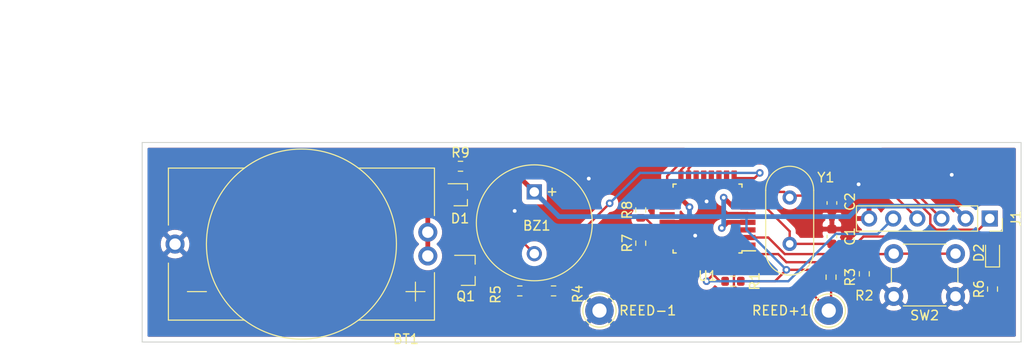
<source format=kicad_pcb>
(kicad_pcb (version 20171130) (host pcbnew "(5.1.9)-1")

  (general
    (thickness 1.6)
    (drawings 6)
    (tracks 155)
    (zones 0)
    (modules 22)
    (nets 19)
  )

  (page A4)
  (layers
    (0 F.Cu signal)
    (31 B.Cu signal)
    (32 B.Adhes user)
    (33 F.Adhes user)
    (34 B.Paste user)
    (35 F.Paste user)
    (36 B.SilkS user)
    (37 F.SilkS user)
    (38 B.Mask user)
    (39 F.Mask user)
    (40 Dwgs.User user)
    (41 Cmts.User user)
    (42 Eco1.User user)
    (43 Eco2.User user)
    (44 Edge.Cuts user)
    (45 Margin user)
    (46 B.CrtYd user hide)
    (47 F.CrtYd user hide)
    (48 B.Fab user hide)
    (49 F.Fab user hide)
  )

  (setup
    (last_trace_width 0.25)
    (user_trace_width 0.5)
    (trace_clearance 0.2)
    (zone_clearance 0.508)
    (zone_45_only no)
    (trace_min 0.2)
    (via_size 0.8)
    (via_drill 0.4)
    (via_min_size 0.4)
    (via_min_drill 0.3)
    (uvia_size 0.3)
    (uvia_drill 0.1)
    (uvias_allowed no)
    (uvia_min_size 0.2)
    (uvia_min_drill 0.1)
    (edge_width 0.05)
    (segment_width 0.2)
    (pcb_text_width 0.3)
    (pcb_text_size 1.5 1.5)
    (mod_edge_width 0.12)
    (mod_text_size 1 1)
    (mod_text_width 0.15)
    (pad_size 1.524 1.524)
    (pad_drill 0.762)
    (pad_to_mask_clearance 0)
    (aux_axis_origin 87 69)
    (grid_origin 87 69)
    (visible_elements 7FFFFFFF)
    (pcbplotparams
      (layerselection 0x010fc_ffffffff)
      (usegerberextensions true)
      (usegerberattributes false)
      (usegerberadvancedattributes false)
      (creategerberjobfile false)
      (excludeedgelayer true)
      (linewidth 0.100000)
      (plotframeref false)
      (viasonmask false)
      (mode 1)
      (useauxorigin false)
      (hpglpennumber 1)
      (hpglpenspeed 20)
      (hpglpendiameter 15.000000)
      (psnegative false)
      (psa4output false)
      (plotreference true)
      (plotvalue true)
      (plotinvisibletext false)
      (padsonsilk false)
      (subtractmaskfromsilk false)
      (outputformat 1)
      (mirror false)
      (drillshape 0)
      (scaleselection 1)
      (outputdirectory "sensor"))
  )

  (net 0 "")
  (net 1 GND)
  (net 2 VBAT)
  (net 3 /I/O/SPEAKER-)
  (net 4 VCC)
  (net 5 /oscillator/XTAL_1)
  (net 6 /oscillator/XTAL_2)
  (net 7 /I/O/LED)
  (net 8 "Net-(D2-Pad1)")
  (net 9 ~RESET)
  (net 10 MOSI)
  (net 11 SCK)
  (net 12 MISO)
  (net 13 "Net-(Q1-Pad1)")
  (net 14 /I/O/Button)
  (net 15 /I/O/Sensor)
  (net 16 /I/O/BUZZER)
  (net 17 /ADC/VOUT)
  (net 18 /ADC/VIN)

  (net_class Default "This is the default net class."
    (clearance 0.2)
    (trace_width 0.25)
    (via_dia 0.8)
    (via_drill 0.4)
    (uvia_dia 0.3)
    (uvia_drill 0.1)
    (add_net /ADC/VIN)
    (add_net /ADC/VOUT)
    (add_net /I/O/BUZZER)
    (add_net /I/O/Button)
    (add_net /I/O/LED)
    (add_net /I/O/SPEAKER-)
    (add_net /I/O/Sensor)
    (add_net /oscillator/XTAL_1)
    (add_net /oscillator/XTAL_2)
    (add_net GND)
    (add_net MISO)
    (add_net MOSI)
    (add_net "Net-(D2-Pad1)")
    (add_net "Net-(Q1-Pad1)")
    (add_net "Net-(U1-Pad10)")
    (add_net "Net-(U1-Pad11)")
    (add_net "Net-(U1-Pad12)")
    (add_net "Net-(U1-Pad13)")
    (add_net "Net-(U1-Pad14)")
    (add_net "Net-(U1-Pad19)")
    (add_net "Net-(U1-Pad20)")
    (add_net "Net-(U1-Pad22)")
    (add_net "Net-(U1-Pad25)")
    (add_net "Net-(U1-Pad26)")
    (add_net "Net-(U1-Pad27)")
    (add_net "Net-(U1-Pad28)")
    (add_net "Net-(U1-Pad30)")
    (add_net "Net-(U1-Pad31)")
    (add_net SCK)
    (add_net VBAT)
    (add_net VCC)
    (add_net ~RESET)
  )

  (module Connector_PinSocket_2.54mm:PinSocket_1x06_P2.54mm_Vertical (layer F.Cu) (tedit 5A19A430) (tstamp 60979D19)
    (at 176.2 77 270)
    (descr "Through hole straight socket strip, 1x06, 2.54mm pitch, single row (from Kicad 4.0.7), script generated")
    (tags "Through hole socket strip THT 1x06 2.54mm single row")
    (path /60980949)
    (fp_text reference J1 (at 0 -2.77 90) (layer F.SilkS)
      (effects (font (size 1 1) (thickness 0.15)))
    )
    (fp_text value AVR-ISP-6 (at 0 15.47 90) (layer F.Fab)
      (effects (font (size 1 1) (thickness 0.15)))
    )
    (fp_text user %R (at 0 6.35) (layer F.Fab)
      (effects (font (size 1 1) (thickness 0.15)))
    )
    (fp_line (start -1.27 -1.27) (end 0.635 -1.27) (layer F.Fab) (width 0.1))
    (fp_line (start 0.635 -1.27) (end 1.27 -0.635) (layer F.Fab) (width 0.1))
    (fp_line (start 1.27 -0.635) (end 1.27 13.97) (layer F.Fab) (width 0.1))
    (fp_line (start 1.27 13.97) (end -1.27 13.97) (layer F.Fab) (width 0.1))
    (fp_line (start -1.27 13.97) (end -1.27 -1.27) (layer F.Fab) (width 0.1))
    (fp_line (start -1.33 1.27) (end 1.33 1.27) (layer F.SilkS) (width 0.12))
    (fp_line (start -1.33 1.27) (end -1.33 14.03) (layer F.SilkS) (width 0.12))
    (fp_line (start -1.33 14.03) (end 1.33 14.03) (layer F.SilkS) (width 0.12))
    (fp_line (start 1.33 1.27) (end 1.33 14.03) (layer F.SilkS) (width 0.12))
    (fp_line (start 1.33 -1.33) (end 1.33 0) (layer F.SilkS) (width 0.12))
    (fp_line (start 0 -1.33) (end 1.33 -1.33) (layer F.SilkS) (width 0.12))
    (fp_line (start -1.8 -1.8) (end 1.75 -1.8) (layer F.CrtYd) (width 0.05))
    (fp_line (start 1.75 -1.8) (end 1.75 14.45) (layer F.CrtYd) (width 0.05))
    (fp_line (start 1.75 14.45) (end -1.8 14.45) (layer F.CrtYd) (width 0.05))
    (fp_line (start -1.8 14.45) (end -1.8 -1.8) (layer F.CrtYd) (width 0.05))
    (pad 6 thru_hole oval (at 0 12.7 270) (size 1.7 1.7) (drill 1) (layers *.Cu *.Mask)
      (net 1 GND))
    (pad 5 thru_hole oval (at 0 10.16 270) (size 1.7 1.7) (drill 1) (layers *.Cu *.Mask)
      (net 9 ~RESET))
    (pad 4 thru_hole oval (at 0 7.62 270) (size 1.7 1.7) (drill 1) (layers *.Cu *.Mask)
      (net 10 MOSI))
    (pad 3 thru_hole oval (at 0 5.08 270) (size 1.7 1.7) (drill 1) (layers *.Cu *.Mask)
      (net 11 SCK))
    (pad 2 thru_hole oval (at 0 2.54 270) (size 1.7 1.7) (drill 1) (layers *.Cu *.Mask)
      (net 4 VCC))
    (pad 1 thru_hole rect (at 0 0 270) (size 1.7 1.7) (drill 1) (layers *.Cu *.Mask)
      (net 12 MISO))
    (model ${KISYS3DMOD}/Connector_PinSocket_2.54mm.3dshapes/PinSocket_1x06_P2.54mm_Vertical.wrl
      (at (xyz 0 0 0))
      (scale (xyz 1 1 1))
      (rotate (xyz 0 0 0))
    )
  )

  (module battery_holder:RND_305-00032_CR2032_Holder (layer F.Cu) (tedit 60AFEEDB) (tstamp 60979C4E)
    (at 103.759 79.6925 180)
    (path /609B1DE0)
    (fp_text reference BT1 (at -11 -10) (layer F.SilkS)
      (effects (font (size 1 1) (thickness 0.15)))
    )
    (fp_text value Battery_Cell (at 0 -0.5) (layer F.Fab)
      (effects (font (size 1 1) (thickness 0.15)))
    )
    (fp_line (start 6 -8) (end 14 -8) (layer F.SilkS) (width 0.12))
    (fp_line (start 14 -8) (end 14 -2) (layer F.SilkS) (width 0.12))
    (fp_line (start 14 2) (end 14 8) (layer F.SilkS) (width 0.12))
    (fp_line (start 14 8) (end 6 8) (layer F.SilkS) (width 0.12))
    (fp_line (start -14 8) (end -14 3) (layer F.SilkS) (width 0.12))
    (fp_line (start -14 -8) (end -14 -3) (layer F.SilkS) (width 0.12))
    (fp_circle (center 0 0) (end 0 -10) (layer F.SilkS) (width 0.12))
    (fp_line (start -14 8) (end -6 8) (layer F.SilkS) (width 0.12))
    (fp_line (start -6 -8) (end -14 -8) (layer F.SilkS) (width 0.12))
    (fp_line (start 10 -5) (end 12 -5) (layer F.SilkS) (width 0.12))
    (fp_line (start -13 -5) (end -11 -5) (layer F.SilkS) (width 0.12))
    (fp_line (start -12 -6) (end -12 -4) (layer F.SilkS) (width 0.12))
    (pad 2 thru_hole circle (at 13.3 0 180) (size 2 2) (drill 1.2) (layers *.Cu *.Mask)
      (net 1 GND))
    (pad 1 thru_hole circle (at -13.3 -1.25 180) (size 2 2) (drill 1.2) (layers *.Cu *.Mask)
      (net 2 VBAT))
    (pad 1 thru_hole circle (at -13.3 1.25 180) (size 2 2) (drill 1.2) (layers *.Cu *.Mask)
      (net 2 VBAT))
  )

  (module Resistor_SMD:R_0603_1608Metric (layer F.Cu) (tedit 5F68FEEE) (tstamp 60B05132)
    (at 120.5 71.5)
    (descr "Resistor SMD 0603 (1608 Metric), square (rectangular) end terminal, IPC_7351 nominal, (Body size source: IPC-SM-782 page 72, https://www.pcb-3d.com/wordpress/wp-content/uploads/ipc-sm-782a_amendment_1_and_2.pdf), generated with kicad-footprint-generator")
    (tags resistor)
    (path /60AFF312)
    (attr smd)
    (fp_text reference R9 (at 0 -1.43) (layer F.SilkS)
      (effects (font (size 1 1) (thickness 0.15)))
    )
    (fp_text value 0R (at 0 1.43) (layer F.Fab)
      (effects (font (size 1 1) (thickness 0.15)))
    )
    (fp_line (start 1.48 0.73) (end -1.48 0.73) (layer F.CrtYd) (width 0.05))
    (fp_line (start 1.48 -0.73) (end 1.48 0.73) (layer F.CrtYd) (width 0.05))
    (fp_line (start -1.48 -0.73) (end 1.48 -0.73) (layer F.CrtYd) (width 0.05))
    (fp_line (start -1.48 0.73) (end -1.48 -0.73) (layer F.CrtYd) (width 0.05))
    (fp_line (start -0.237258 0.5225) (end 0.237258 0.5225) (layer F.SilkS) (width 0.12))
    (fp_line (start -0.237258 -0.5225) (end 0.237258 -0.5225) (layer F.SilkS) (width 0.12))
    (fp_line (start 0.8 0.4125) (end -0.8 0.4125) (layer F.Fab) (width 0.1))
    (fp_line (start 0.8 -0.4125) (end 0.8 0.4125) (layer F.Fab) (width 0.1))
    (fp_line (start -0.8 -0.4125) (end 0.8 -0.4125) (layer F.Fab) (width 0.1))
    (fp_line (start -0.8 0.4125) (end -0.8 -0.4125) (layer F.Fab) (width 0.1))
    (fp_text user %R (at 0 0) (layer F.Fab)
      (effects (font (size 0.4 0.4) (thickness 0.06)))
    )
    (pad 2 smd roundrect (at 0.825 0) (size 0.8 0.95) (layers F.Cu F.Paste F.Mask) (roundrect_rratio 0.25)
      (net 4 VCC))
    (pad 1 smd roundrect (at -0.825 0) (size 0.8 0.95) (layers F.Cu F.Paste F.Mask) (roundrect_rratio 0.25)
      (net 2 VBAT))
    (model ${KISYS3DMOD}/Resistor_SMD.3dshapes/R_0603_1608Metric.wrl
      (at (xyz 0 0 0))
      (scale (xyz 1 1 1))
      (rotate (xyz 0 0 0))
    )
  )

  (module Crystal:Crystal_HC49-4H_Vertical (layer F.Cu) (tedit 5A1AD3B7) (tstamp 60979E4A)
    (at 155.1465 74.789 270)
    (descr "Crystal THT HC-49-4H http://5hertz.com/pdfs/04404_D.pdf")
    (tags "THT crystalHC-49-4H")
    (path /6097702D/6097A5E8)
    (fp_text reference Y1 (at -2.105 -3.81) (layer F.SilkS)
      (effects (font (size 1 1) (thickness 0.15)))
    )
    (fp_text value 4MHz (at 2.44 3.525 90) (layer F.Fab)
      (effects (font (size 1 1) (thickness 0.15)))
    )
    (fp_line (start -0.76 -2.325) (end 5.64 -2.325) (layer F.Fab) (width 0.1))
    (fp_line (start -0.76 2.325) (end 5.64 2.325) (layer F.Fab) (width 0.1))
    (fp_line (start -0.56 -2) (end 5.44 -2) (layer F.Fab) (width 0.1))
    (fp_line (start -0.56 2) (end 5.44 2) (layer F.Fab) (width 0.1))
    (fp_line (start -0.76 -2.525) (end 5.64 -2.525) (layer F.SilkS) (width 0.12))
    (fp_line (start -0.76 2.525) (end 5.64 2.525) (layer F.SilkS) (width 0.12))
    (fp_line (start -3.6 -2.8) (end -3.6 2.8) (layer F.CrtYd) (width 0.05))
    (fp_line (start -3.6 2.8) (end 8.5 2.8) (layer F.CrtYd) (width 0.05))
    (fp_line (start 8.5 2.8) (end 8.5 -2.8) (layer F.CrtYd) (width 0.05))
    (fp_line (start 8.5 -2.8) (end -3.6 -2.8) (layer F.CrtYd) (width 0.05))
    (fp_arc (start 5.64 0) (end 5.64 -2.525) (angle 180) (layer F.SilkS) (width 0.12))
    (fp_arc (start -0.76 0) (end -0.76 -2.525) (angle -180) (layer F.SilkS) (width 0.12))
    (fp_arc (start 5.44 0) (end 5.44 -2) (angle 180) (layer F.Fab) (width 0.1))
    (fp_arc (start -0.56 0) (end -0.56 -2) (angle -180) (layer F.Fab) (width 0.1))
    (fp_arc (start 5.64 0) (end 5.64 -2.325) (angle 180) (layer F.Fab) (width 0.1))
    (fp_arc (start -0.76 0) (end -0.76 -2.325) (angle -180) (layer F.Fab) (width 0.1))
    (fp_text user %R (at 2.44 0 90) (layer F.Fab)
      (effects (font (size 1 1) (thickness 0.15)))
    )
    (pad 2 thru_hole circle (at 4.88 0 270) (size 1.5 1.5) (drill 0.8) (layers *.Cu *.Mask)
      (net 5 /oscillator/XTAL_1))
    (pad 1 thru_hole circle (at 0 0 270) (size 1.5 1.5) (drill 0.8) (layers *.Cu *.Mask)
      (net 6 /oscillator/XTAL_2))
    (model ${KISYS3DMOD}/Crystal.3dshapes/Crystal_HC49-4H_Vertical.wrl
      (at (xyz 0 0 0))
      (scale (xyz 1 1 1))
      (rotate (xyz 0 0 0))
    )
  )

  (module Package_QFP:TQFP-32_7x7mm_P0.8mm (layer F.Cu) (tedit 5A02F146) (tstamp 60979E33)
    (at 146.5 77 180)
    (descr "32-Lead Plastic Thin Quad Flatpack (PT) - 7x7x1.0 mm Body, 2.00 mm [TQFP] (see Microchip Packaging Specification 00000049BS.pdf)")
    (tags "QFP 0.8")
    (path /6096FDED)
    (attr smd)
    (fp_text reference U1 (at 0 -6.05) (layer F.SilkS)
      (effects (font (size 1 1) (thickness 0.15)))
    )
    (fp_text value ATmega328P-AU (at 0 6.05) (layer F.Fab)
      (effects (font (size 1 1) (thickness 0.15)))
    )
    (fp_line (start -2.5 -3.5) (end 3.5 -3.5) (layer F.Fab) (width 0.15))
    (fp_line (start 3.5 -3.5) (end 3.5 3.5) (layer F.Fab) (width 0.15))
    (fp_line (start 3.5 3.5) (end -3.5 3.5) (layer F.Fab) (width 0.15))
    (fp_line (start -3.5 3.5) (end -3.5 -2.5) (layer F.Fab) (width 0.15))
    (fp_line (start -3.5 -2.5) (end -2.5 -3.5) (layer F.Fab) (width 0.15))
    (fp_line (start -5.3 -5.3) (end -5.3 5.3) (layer F.CrtYd) (width 0.05))
    (fp_line (start 5.3 -5.3) (end 5.3 5.3) (layer F.CrtYd) (width 0.05))
    (fp_line (start -5.3 -5.3) (end 5.3 -5.3) (layer F.CrtYd) (width 0.05))
    (fp_line (start -5.3 5.3) (end 5.3 5.3) (layer F.CrtYd) (width 0.05))
    (fp_line (start -3.625 -3.625) (end -3.625 -3.4) (layer F.SilkS) (width 0.15))
    (fp_line (start 3.625 -3.625) (end 3.625 -3.3) (layer F.SilkS) (width 0.15))
    (fp_line (start 3.625 3.625) (end 3.625 3.3) (layer F.SilkS) (width 0.15))
    (fp_line (start -3.625 3.625) (end -3.625 3.3) (layer F.SilkS) (width 0.15))
    (fp_line (start -3.625 -3.625) (end -3.3 -3.625) (layer F.SilkS) (width 0.15))
    (fp_line (start -3.625 3.625) (end -3.3 3.625) (layer F.SilkS) (width 0.15))
    (fp_line (start 3.625 3.625) (end 3.3 3.625) (layer F.SilkS) (width 0.15))
    (fp_line (start 3.625 -3.625) (end 3.3 -3.625) (layer F.SilkS) (width 0.15))
    (fp_line (start -3.625 -3.4) (end -5.05 -3.4) (layer F.SilkS) (width 0.15))
    (fp_text user %R (at 0 0) (layer F.Fab)
      (effects (font (size 1 1) (thickness 0.15)))
    )
    (pad 32 smd rect (at -2.8 -4.25 270) (size 1.6 0.55) (layers F.Cu F.Paste F.Mask)
      (net 15 /I/O/Sensor))
    (pad 31 smd rect (at -2 -4.25 270) (size 1.6 0.55) (layers F.Cu F.Paste F.Mask))
    (pad 30 smd rect (at -1.2 -4.25 270) (size 1.6 0.55) (layers F.Cu F.Paste F.Mask))
    (pad 29 smd rect (at -0.4 -4.25 270) (size 1.6 0.55) (layers F.Cu F.Paste F.Mask)
      (net 9 ~RESET))
    (pad 28 smd rect (at 0.4 -4.25 270) (size 1.6 0.55) (layers F.Cu F.Paste F.Mask))
    (pad 27 smd rect (at 1.2 -4.25 270) (size 1.6 0.55) (layers F.Cu F.Paste F.Mask))
    (pad 26 smd rect (at 2 -4.25 270) (size 1.6 0.55) (layers F.Cu F.Paste F.Mask))
    (pad 25 smd rect (at 2.8 -4.25 270) (size 1.6 0.55) (layers F.Cu F.Paste F.Mask))
    (pad 24 smd rect (at 4.25 -2.8 180) (size 1.6 0.55) (layers F.Cu F.Paste F.Mask)
      (net 18 /ADC/VIN))
    (pad 23 smd rect (at 4.25 -2 180) (size 1.6 0.55) (layers F.Cu F.Paste F.Mask)
      (net 17 /ADC/VOUT))
    (pad 22 smd rect (at 4.25 -1.2 180) (size 1.6 0.55) (layers F.Cu F.Paste F.Mask))
    (pad 21 smd rect (at 4.25 -0.4 180) (size 1.6 0.55) (layers F.Cu F.Paste F.Mask)
      (net 1 GND))
    (pad 20 smd rect (at 4.25 0.4 180) (size 1.6 0.55) (layers F.Cu F.Paste F.Mask))
    (pad 19 smd rect (at 4.25 1.2 180) (size 1.6 0.55) (layers F.Cu F.Paste F.Mask))
    (pad 18 smd rect (at 4.25 2 180) (size 1.6 0.55) (layers F.Cu F.Paste F.Mask)
      (net 4 VCC))
    (pad 17 smd rect (at 4.25 2.8 180) (size 1.6 0.55) (layers F.Cu F.Paste F.Mask)
      (net 11 SCK))
    (pad 16 smd rect (at 2.8 4.25 270) (size 1.6 0.55) (layers F.Cu F.Paste F.Mask)
      (net 12 MISO))
    (pad 15 smd rect (at 2 4.25 270) (size 1.6 0.55) (layers F.Cu F.Paste F.Mask)
      (net 10 MOSI))
    (pad 14 smd rect (at 1.2 4.25 270) (size 1.6 0.55) (layers F.Cu F.Paste F.Mask))
    (pad 13 smd rect (at 0.4 4.25 270) (size 1.6 0.55) (layers F.Cu F.Paste F.Mask))
    (pad 12 smd rect (at -0.4 4.25 270) (size 1.6 0.55) (layers F.Cu F.Paste F.Mask))
    (pad 11 smd rect (at -1.2 4.25 270) (size 1.6 0.55) (layers F.Cu F.Paste F.Mask))
    (pad 10 smd rect (at -2 4.25 270) (size 1.6 0.55) (layers F.Cu F.Paste F.Mask))
    (pad 9 smd rect (at -2.8 4.25 270) (size 1.6 0.55) (layers F.Cu F.Paste F.Mask)
      (net 16 /I/O/BUZZER))
    (pad 8 smd rect (at -4.25 2.8 180) (size 1.6 0.55) (layers F.Cu F.Paste F.Mask)
      (net 6 /oscillator/XTAL_2))
    (pad 7 smd rect (at -4.25 2 180) (size 1.6 0.55) (layers F.Cu F.Paste F.Mask)
      (net 5 /oscillator/XTAL_1))
    (pad 6 smd rect (at -4.25 1.2 180) (size 1.6 0.55) (layers F.Cu F.Paste F.Mask)
      (net 4 VCC))
    (pad 5 smd rect (at -4.25 0.4 180) (size 1.6 0.55) (layers F.Cu F.Paste F.Mask)
      (net 1 GND))
    (pad 4 smd rect (at -4.25 -0.4 180) (size 1.6 0.55) (layers F.Cu F.Paste F.Mask)
      (net 4 VCC))
    (pad 3 smd rect (at -4.25 -1.2 180) (size 1.6 0.55) (layers F.Cu F.Paste F.Mask)
      (net 1 GND))
    (pad 2 smd rect (at -4.25 -2 180) (size 1.6 0.55) (layers F.Cu F.Paste F.Mask)
      (net 7 /I/O/LED))
    (pad 1 smd rect (at -4.25 -2.8 180) (size 1.6 0.55) (layers F.Cu F.Paste F.Mask)
      (net 14 /I/O/Button))
    (model ${KISYS3DMOD}/Package_QFP.3dshapes/TQFP-32_7x7mm_P0.8mm.wrl
      (at (xyz 0 0 0))
      (scale (xyz 1 1 1))
      (rotate (xyz 0 0 0))
    )
  )

  (module Button_Switch_THT:SW_PUSH_6mm_H4.3mm (layer F.Cu) (tedit 5A02FE31) (tstamp 60979DFC)
    (at 172.6 85.2 180)
    (descr "tactile push button, 6x6mm e.g. PHAP33xx series, height=4.3mm")
    (tags "tact sw push 6mm")
    (path /6098E716/609925CB)
    (fp_text reference SW2 (at 3.25 -2) (layer F.SilkS)
      (effects (font (size 1 1) (thickness 0.15)))
    )
    (fp_text value SW_Push (at 3.75 6.7) (layer F.Fab)
      (effects (font (size 1 1) (thickness 0.15)))
    )
    (fp_line (start 3.25 -0.75) (end 6.25 -0.75) (layer F.Fab) (width 0.1))
    (fp_line (start 6.25 -0.75) (end 6.25 5.25) (layer F.Fab) (width 0.1))
    (fp_line (start 6.25 5.25) (end 0.25 5.25) (layer F.Fab) (width 0.1))
    (fp_line (start 0.25 5.25) (end 0.25 -0.75) (layer F.Fab) (width 0.1))
    (fp_line (start 0.25 -0.75) (end 3.25 -0.75) (layer F.Fab) (width 0.1))
    (fp_line (start 7.75 6) (end 8 6) (layer F.CrtYd) (width 0.05))
    (fp_line (start 8 6) (end 8 5.75) (layer F.CrtYd) (width 0.05))
    (fp_line (start 7.75 -1.5) (end 8 -1.5) (layer F.CrtYd) (width 0.05))
    (fp_line (start 8 -1.5) (end 8 -1.25) (layer F.CrtYd) (width 0.05))
    (fp_line (start -1.5 -1.25) (end -1.5 -1.5) (layer F.CrtYd) (width 0.05))
    (fp_line (start -1.5 -1.5) (end -1.25 -1.5) (layer F.CrtYd) (width 0.05))
    (fp_line (start -1.5 5.75) (end -1.5 6) (layer F.CrtYd) (width 0.05))
    (fp_line (start -1.5 6) (end -1.25 6) (layer F.CrtYd) (width 0.05))
    (fp_line (start -1.25 -1.5) (end 7.75 -1.5) (layer F.CrtYd) (width 0.05))
    (fp_line (start -1.5 5.75) (end -1.5 -1.25) (layer F.CrtYd) (width 0.05))
    (fp_line (start 7.75 6) (end -1.25 6) (layer F.CrtYd) (width 0.05))
    (fp_line (start 8 -1.25) (end 8 5.75) (layer F.CrtYd) (width 0.05))
    (fp_line (start 1 5.5) (end 5.5 5.5) (layer F.SilkS) (width 0.12))
    (fp_line (start -0.25 1.5) (end -0.25 3) (layer F.SilkS) (width 0.12))
    (fp_line (start 5.5 -1) (end 1 -1) (layer F.SilkS) (width 0.12))
    (fp_line (start 6.75 3) (end 6.75 1.5) (layer F.SilkS) (width 0.12))
    (fp_circle (center 3.25 2.25) (end 1.25 2.5) (layer F.Fab) (width 0.1))
    (fp_text user %R (at 3.25 2.25) (layer F.Fab)
      (effects (font (size 1 1) (thickness 0.15)))
    )
    (pad 1 thru_hole circle (at 6.5 0 270) (size 2 2) (drill 1.1) (layers *.Cu *.Mask)
      (net 1 GND))
    (pad 2 thru_hole circle (at 6.5 4.5 270) (size 2 2) (drill 1.1) (layers *.Cu *.Mask)
      (net 14 /I/O/Button))
    (pad 1 thru_hole circle (at 0 0 270) (size 2 2) (drill 1.1) (layers *.Cu *.Mask)
      (net 1 GND))
    (pad 2 thru_hole circle (at 0 4.5 270) (size 2 2) (drill 1.1) (layers *.Cu *.Mask)
      (net 14 /I/O/Button))
    (model ${KISYS3DMOD}/Button_Switch_THT.3dshapes/SW_PUSH_6mm_H4.3mm.wrl
      (at (xyz 0 0 0))
      (scale (xyz 1 1 1))
      (rotate (xyz 0 0 0))
    )
  )

  (module TestPoint:TestPoint_THTPad_D3.0mm_Drill1.5mm (layer F.Cu) (tedit 5A0F774F) (tstamp 60979DDD)
    (at 135.126 86.689 180)
    (descr "THT pad as test Point, diameter 3.0mm, hole diameter 1.5mm")
    (tags "test point THT pad")
    (path /6098E716/609D1CFC)
    (attr virtual)
    (fp_text reference REED-1 (at -5.08 0) (layer F.SilkS)
      (effects (font (size 1 1) (thickness 0.15)))
    )
    (fp_text value TestPoint (at 0 2.55) (layer F.Fab)
      (effects (font (size 1 1) (thickness 0.15)))
    )
    (fp_circle (center 0 0) (end 2 0) (layer F.CrtYd) (width 0.05))
    (fp_circle (center 0 0) (end 0 1.75) (layer F.SilkS) (width 0.12))
    (fp_text user %R (at 0 -2.4) (layer F.Fab)
      (effects (font (size 1 1) (thickness 0.15)))
    )
    (pad 1 thru_hole circle (at 0 0 180) (size 3 3) (drill 1.5) (layers *.Cu *.Mask)
      (net 1 GND))
  )

  (module TestPoint:TestPoint_THTPad_D3.0mm_Drill1.5mm (layer F.Cu) (tedit 5A0F774F) (tstamp 60B08295)
    (at 159.256 86.689 180)
    (descr "THT pad as test Point, diameter 3.0mm, hole diameter 1.5mm")
    (tags "test point THT pad")
    (path /6098E716/609CEB9F)
    (attr virtual)
    (fp_text reference REED+1 (at 5.08 0) (layer F.SilkS)
      (effects (font (size 1 1) (thickness 0.15)))
    )
    (fp_text value TestPoint (at 0 2.55) (layer F.Fab)
      (effects (font (size 1 1) (thickness 0.15)))
    )
    (fp_circle (center 0 0) (end 2 0) (layer F.CrtYd) (width 0.05))
    (fp_circle (center 0 0) (end 0 1.75) (layer F.SilkS) (width 0.12))
    (fp_text user %R (at 0 -2.4) (layer F.Fab)
      (effects (font (size 1 1) (thickness 0.15)))
    )
    (pad 1 thru_hole circle (at 0 0 180) (size 3 3) (drill 1.5) (layers *.Cu *.Mask)
      (net 15 /I/O/Sensor))
  )

  (module Resistor_SMD:R_0603_1608Metric (layer F.Cu) (tedit 5F68FEEE) (tstamp 60979DCD)
    (at 139.47 76.105 90)
    (descr "Resistor SMD 0603 (1608 Metric), square (rectangular) end terminal, IPC_7351 nominal, (Body size source: IPC-SM-782 page 72, https://www.pcb-3d.com/wordpress/wp-content/uploads/ipc-sm-782a_amendment_1_and_2.pdf), generated with kicad-footprint-generator")
    (tags resistor)
    (path /6099ACA8/6099CC21)
    (attr smd)
    (fp_text reference R8 (at 0 -1.43 90) (layer F.SilkS)
      (effects (font (size 1 1) (thickness 0.15)))
    )
    (fp_text value 100k (at 0 1.43 90) (layer F.Fab)
      (effects (font (size 1 1) (thickness 0.15)))
    )
    (fp_line (start -0.8 0.4125) (end -0.8 -0.4125) (layer F.Fab) (width 0.1))
    (fp_line (start -0.8 -0.4125) (end 0.8 -0.4125) (layer F.Fab) (width 0.1))
    (fp_line (start 0.8 -0.4125) (end 0.8 0.4125) (layer F.Fab) (width 0.1))
    (fp_line (start 0.8 0.4125) (end -0.8 0.4125) (layer F.Fab) (width 0.1))
    (fp_line (start -0.237258 -0.5225) (end 0.237258 -0.5225) (layer F.SilkS) (width 0.12))
    (fp_line (start -0.237258 0.5225) (end 0.237258 0.5225) (layer F.SilkS) (width 0.12))
    (fp_line (start -1.48 0.73) (end -1.48 -0.73) (layer F.CrtYd) (width 0.05))
    (fp_line (start -1.48 -0.73) (end 1.48 -0.73) (layer F.CrtYd) (width 0.05))
    (fp_line (start 1.48 -0.73) (end 1.48 0.73) (layer F.CrtYd) (width 0.05))
    (fp_line (start 1.48 0.73) (end -1.48 0.73) (layer F.CrtYd) (width 0.05))
    (fp_text user %R (at 0 0 90) (layer F.Fab)
      (effects (font (size 0.4 0.4) (thickness 0.06)))
    )
    (pad 2 smd roundrect (at 0.825 0 90) (size 0.8 0.95) (layers F.Cu F.Paste F.Mask) (roundrect_rratio 0.25)
      (net 1 GND))
    (pad 1 smd roundrect (at -0.825 0 90) (size 0.8 0.95) (layers F.Cu F.Paste F.Mask) (roundrect_rratio 0.25)
      (net 17 /ADC/VOUT))
    (model ${KISYS3DMOD}/Resistor_SMD.3dshapes/R_0603_1608Metric.wrl
      (at (xyz 0 0 0))
      (scale (xyz 1 1 1))
      (rotate (xyz 0 0 0))
    )
  )

  (module Resistor_SMD:R_0603_1608Metric (layer F.Cu) (tedit 5F68FEEE) (tstamp 60979DBC)
    (at 139.47 79.598 90)
    (descr "Resistor SMD 0603 (1608 Metric), square (rectangular) end terminal, IPC_7351 nominal, (Body size source: IPC-SM-782 page 72, https://www.pcb-3d.com/wordpress/wp-content/uploads/ipc-sm-782a_amendment_1_and_2.pdf), generated with kicad-footprint-generator")
    (tags resistor)
    (path /6099ACA8/6099C282)
    (attr smd)
    (fp_text reference R7 (at 0 -1.43 90) (layer F.SilkS)
      (effects (font (size 1 1) (thickness 0.15)))
    )
    (fp_text value 100k (at 0 1.43 90) (layer F.Fab)
      (effects (font (size 1 1) (thickness 0.15)))
    )
    (fp_line (start -0.8 0.4125) (end -0.8 -0.4125) (layer F.Fab) (width 0.1))
    (fp_line (start -0.8 -0.4125) (end 0.8 -0.4125) (layer F.Fab) (width 0.1))
    (fp_line (start 0.8 -0.4125) (end 0.8 0.4125) (layer F.Fab) (width 0.1))
    (fp_line (start 0.8 0.4125) (end -0.8 0.4125) (layer F.Fab) (width 0.1))
    (fp_line (start -0.237258 -0.5225) (end 0.237258 -0.5225) (layer F.SilkS) (width 0.12))
    (fp_line (start -0.237258 0.5225) (end 0.237258 0.5225) (layer F.SilkS) (width 0.12))
    (fp_line (start -1.48 0.73) (end -1.48 -0.73) (layer F.CrtYd) (width 0.05))
    (fp_line (start -1.48 -0.73) (end 1.48 -0.73) (layer F.CrtYd) (width 0.05))
    (fp_line (start 1.48 -0.73) (end 1.48 0.73) (layer F.CrtYd) (width 0.05))
    (fp_line (start 1.48 0.73) (end -1.48 0.73) (layer F.CrtYd) (width 0.05))
    (fp_text user %R (at 0 0 90) (layer F.Fab)
      (effects (font (size 0.4 0.4) (thickness 0.06)))
    )
    (pad 2 smd roundrect (at 0.825 0 90) (size 0.8 0.95) (layers F.Cu F.Paste F.Mask) (roundrect_rratio 0.25)
      (net 17 /ADC/VOUT))
    (pad 1 smd roundrect (at -0.825 0 90) (size 0.8 0.95) (layers F.Cu F.Paste F.Mask) (roundrect_rratio 0.25)
      (net 18 /ADC/VIN))
    (model ${KISYS3DMOD}/Resistor_SMD.3dshapes/R_0603_1608Metric.wrl
      (at (xyz 0 0 0))
      (scale (xyz 1 1 1))
      (rotate (xyz 0 0 0))
    )
  )

  (module Resistor_SMD:R_0603_1608Metric (layer F.Cu) (tedit 5F68FEEE) (tstamp 60979DAB)
    (at 176.495 84.425 90)
    (descr "Resistor SMD 0603 (1608 Metric), square (rectangular) end terminal, IPC_7351 nominal, (Body size source: IPC-SM-782 page 72, https://www.pcb-3d.com/wordpress/wp-content/uploads/ipc-sm-782a_amendment_1_and_2.pdf), generated with kicad-footprint-generator")
    (tags resistor)
    (path /6098E716/609A54B6)
    (attr smd)
    (fp_text reference R6 (at 0 -1.43 90) (layer F.SilkS)
      (effects (font (size 1 1) (thickness 0.15)))
    )
    (fp_text value 120R (at 0 1.43 90) (layer F.Fab)
      (effects (font (size 1 1) (thickness 0.15)))
    )
    (fp_line (start -0.8 0.4125) (end -0.8 -0.4125) (layer F.Fab) (width 0.1))
    (fp_line (start -0.8 -0.4125) (end 0.8 -0.4125) (layer F.Fab) (width 0.1))
    (fp_line (start 0.8 -0.4125) (end 0.8 0.4125) (layer F.Fab) (width 0.1))
    (fp_line (start 0.8 0.4125) (end -0.8 0.4125) (layer F.Fab) (width 0.1))
    (fp_line (start -0.237258 -0.5225) (end 0.237258 -0.5225) (layer F.SilkS) (width 0.12))
    (fp_line (start -0.237258 0.5225) (end 0.237258 0.5225) (layer F.SilkS) (width 0.12))
    (fp_line (start -1.48 0.73) (end -1.48 -0.73) (layer F.CrtYd) (width 0.05))
    (fp_line (start -1.48 -0.73) (end 1.48 -0.73) (layer F.CrtYd) (width 0.05))
    (fp_line (start 1.48 -0.73) (end 1.48 0.73) (layer F.CrtYd) (width 0.05))
    (fp_line (start 1.48 0.73) (end -1.48 0.73) (layer F.CrtYd) (width 0.05))
    (fp_text user %R (at 0 0 90) (layer F.Fab)
      (effects (font (size 0.4 0.4) (thickness 0.06)))
    )
    (pad 2 smd roundrect (at 0.825 0 90) (size 0.8 0.95) (layers F.Cu F.Paste F.Mask) (roundrect_rratio 0.25)
      (net 8 "Net-(D2-Pad1)"))
    (pad 1 smd roundrect (at -0.825 0 90) (size 0.8 0.95) (layers F.Cu F.Paste F.Mask) (roundrect_rratio 0.25)
      (net 1 GND))
    (model ${KISYS3DMOD}/Resistor_SMD.3dshapes/R_0603_1608Metric.wrl
      (at (xyz 0 0 0))
      (scale (xyz 1 1 1))
      (rotate (xyz 0 0 0))
    )
  )

  (module Resistor_SMD:R_0603_1608Metric (layer F.Cu) (tedit 5F68FEEE) (tstamp 60979D9A)
    (at 126.74 84.618)
    (descr "Resistor SMD 0603 (1608 Metric), square (rectangular) end terminal, IPC_7351 nominal, (Body size source: IPC-SM-782 page 72, https://www.pcb-3d.com/wordpress/wp-content/uploads/ipc-sm-782a_amendment_1_and_2.pdf), generated with kicad-footprint-generator")
    (tags resistor)
    (path /6098E716/609A83D7)
    (attr smd)
    (fp_text reference R5 (at -2.54 0.381 270) (layer F.SilkS)
      (effects (font (size 1 1) (thickness 0.15)))
    )
    (fp_text value 10k (at 0 1.43) (layer F.Fab)
      (effects (font (size 1 1) (thickness 0.15)))
    )
    (fp_line (start -0.8 0.4125) (end -0.8 -0.4125) (layer F.Fab) (width 0.1))
    (fp_line (start -0.8 -0.4125) (end 0.8 -0.4125) (layer F.Fab) (width 0.1))
    (fp_line (start 0.8 -0.4125) (end 0.8 0.4125) (layer F.Fab) (width 0.1))
    (fp_line (start 0.8 0.4125) (end -0.8 0.4125) (layer F.Fab) (width 0.1))
    (fp_line (start -0.237258 -0.5225) (end 0.237258 -0.5225) (layer F.SilkS) (width 0.12))
    (fp_line (start -0.237258 0.5225) (end 0.237258 0.5225) (layer F.SilkS) (width 0.12))
    (fp_line (start -1.48 0.73) (end -1.48 -0.73) (layer F.CrtYd) (width 0.05))
    (fp_line (start -1.48 -0.73) (end 1.48 -0.73) (layer F.CrtYd) (width 0.05))
    (fp_line (start 1.48 -0.73) (end 1.48 0.73) (layer F.CrtYd) (width 0.05))
    (fp_line (start 1.48 0.73) (end -1.48 0.73) (layer F.CrtYd) (width 0.05))
    (fp_text user %R (at 0 0) (layer F.Fab)
      (effects (font (size 0.4 0.4) (thickness 0.06)))
    )
    (pad 2 smd roundrect (at 0.825 0) (size 0.8 0.95) (layers F.Cu F.Paste F.Mask) (roundrect_rratio 0.25)
      (net 16 /I/O/BUZZER))
    (pad 1 smd roundrect (at -0.825 0) (size 0.8 0.95) (layers F.Cu F.Paste F.Mask) (roundrect_rratio 0.25)
      (net 13 "Net-(Q1-Pad1)"))
    (model ${KISYS3DMOD}/Resistor_SMD.3dshapes/R_0603_1608Metric.wrl
      (at (xyz 0 0 0))
      (scale (xyz 1 1 1))
      (rotate (xyz 0 0 0))
    )
  )

  (module Resistor_SMD:R_0603_1608Metric (layer F.Cu) (tedit 5F68FEEE) (tstamp 60979D89)
    (at 130.296 84.618 180)
    (descr "Resistor SMD 0603 (1608 Metric), square (rectangular) end terminal, IPC_7351 nominal, (Body size source: IPC-SM-782 page 72, https://www.pcb-3d.com/wordpress/wp-content/uploads/ipc-sm-782a_amendment_1_and_2.pdf), generated with kicad-footprint-generator")
    (tags resistor)
    (path /6098E716/609A8B95)
    (attr smd)
    (fp_text reference R4 (at -2.54 -0.3175 270) (layer F.SilkS)
      (effects (font (size 1 1) (thickness 0.15)))
    )
    (fp_text value 100k (at 0 1.43) (layer F.Fab)
      (effects (font (size 1 1) (thickness 0.15)))
    )
    (fp_line (start -0.8 0.4125) (end -0.8 -0.4125) (layer F.Fab) (width 0.1))
    (fp_line (start -0.8 -0.4125) (end 0.8 -0.4125) (layer F.Fab) (width 0.1))
    (fp_line (start 0.8 -0.4125) (end 0.8 0.4125) (layer F.Fab) (width 0.1))
    (fp_line (start 0.8 0.4125) (end -0.8 0.4125) (layer F.Fab) (width 0.1))
    (fp_line (start -0.237258 -0.5225) (end 0.237258 -0.5225) (layer F.SilkS) (width 0.12))
    (fp_line (start -0.237258 0.5225) (end 0.237258 0.5225) (layer F.SilkS) (width 0.12))
    (fp_line (start -1.48 0.73) (end -1.48 -0.73) (layer F.CrtYd) (width 0.05))
    (fp_line (start -1.48 -0.73) (end 1.48 -0.73) (layer F.CrtYd) (width 0.05))
    (fp_line (start 1.48 -0.73) (end 1.48 0.73) (layer F.CrtYd) (width 0.05))
    (fp_line (start 1.48 0.73) (end -1.48 0.73) (layer F.CrtYd) (width 0.05))
    (fp_text user %R (at 0 0) (layer F.Fab)
      (effects (font (size 0.4 0.4) (thickness 0.06)))
    )
    (pad 2 smd roundrect (at 0.825 0 180) (size 0.8 0.95) (layers F.Cu F.Paste F.Mask) (roundrect_rratio 0.25)
      (net 16 /I/O/BUZZER))
    (pad 1 smd roundrect (at -0.825 0 180) (size 0.8 0.95) (layers F.Cu F.Paste F.Mask) (roundrect_rratio 0.25)
      (net 1 GND))
    (model ${KISYS3DMOD}/Resistor_SMD.3dshapes/R_0603_1608Metric.wrl
      (at (xyz 0 0 0))
      (scale (xyz 1 1 1))
      (rotate (xyz 0 0 0))
    )
  )

  (module Resistor_SMD:R_0603_1608Metric (layer F.Cu) (tedit 5F68FEEE) (tstamp 60979D78)
    (at 159.5 83.175 270)
    (descr "Resistor SMD 0603 (1608 Metric), square (rectangular) end terminal, IPC_7351 nominal, (Body size source: IPC-SM-782 page 72, https://www.pcb-3d.com/wordpress/wp-content/uploads/ipc-sm-782a_amendment_1_and_2.pdf), generated with kicad-footprint-generator")
    (tags resistor)
    (path /6098E716/60994F57)
    (attr smd)
    (fp_text reference R3 (at 0 -2 90) (layer F.SilkS)
      (effects (font (size 1 1) (thickness 0.15)))
    )
    (fp_text value 100k (at 0 1.43 90) (layer F.Fab)
      (effects (font (size 1 1) (thickness 0.15)))
    )
    (fp_line (start -0.8 0.4125) (end -0.8 -0.4125) (layer F.Fab) (width 0.1))
    (fp_line (start -0.8 -0.4125) (end 0.8 -0.4125) (layer F.Fab) (width 0.1))
    (fp_line (start 0.8 -0.4125) (end 0.8 0.4125) (layer F.Fab) (width 0.1))
    (fp_line (start 0.8 0.4125) (end -0.8 0.4125) (layer F.Fab) (width 0.1))
    (fp_line (start -0.237258 -0.5225) (end 0.237258 -0.5225) (layer F.SilkS) (width 0.12))
    (fp_line (start -0.237258 0.5225) (end 0.237258 0.5225) (layer F.SilkS) (width 0.12))
    (fp_line (start -1.48 0.73) (end -1.48 -0.73) (layer F.CrtYd) (width 0.05))
    (fp_line (start -1.48 -0.73) (end 1.48 -0.73) (layer F.CrtYd) (width 0.05))
    (fp_line (start 1.48 -0.73) (end 1.48 0.73) (layer F.CrtYd) (width 0.05))
    (fp_line (start 1.48 0.73) (end -1.48 0.73) (layer F.CrtYd) (width 0.05))
    (fp_text user %R (at 0 0 90) (layer F.Fab)
      (effects (font (size 0.4 0.4) (thickness 0.06)))
    )
    (pad 2 smd roundrect (at 0.825 0 270) (size 0.8 0.95) (layers F.Cu F.Paste F.Mask) (roundrect_rratio 0.25)
      (net 15 /I/O/Sensor))
    (pad 1 smd roundrect (at -0.825 0 270) (size 0.8 0.95) (layers F.Cu F.Paste F.Mask) (roundrect_rratio 0.25)
      (net 4 VCC))
    (model ${KISYS3DMOD}/Resistor_SMD.3dshapes/R_0603_1608Metric.wrl
      (at (xyz 0 0 0))
      (scale (xyz 1 1 1))
      (rotate (xyz 0 0 0))
    )
  )

  (module Resistor_SMD:R_0603_1608Metric (layer F.Cu) (tedit 5F68FEEE) (tstamp 60979D67)
    (at 163 82.825 90)
    (descr "Resistor SMD 0603 (1608 Metric), square (rectangular) end terminal, IPC_7351 nominal, (Body size source: IPC-SM-782 page 72, https://www.pcb-3d.com/wordpress/wp-content/uploads/ipc-sm-782a_amendment_1_and_2.pdf), generated with kicad-footprint-generator")
    (tags resistor)
    (path /6098E716/6098ECFE)
    (attr smd)
    (fp_text reference R2 (at -2.286 0 180) (layer F.SilkS)
      (effects (font (size 1 1) (thickness 0.15)))
    )
    (fp_text value 100k (at 0 1.43 90) (layer F.Fab)
      (effects (font (size 1 1) (thickness 0.15)))
    )
    (fp_line (start -0.8 0.4125) (end -0.8 -0.4125) (layer F.Fab) (width 0.1))
    (fp_line (start -0.8 -0.4125) (end 0.8 -0.4125) (layer F.Fab) (width 0.1))
    (fp_line (start 0.8 -0.4125) (end 0.8 0.4125) (layer F.Fab) (width 0.1))
    (fp_line (start 0.8 0.4125) (end -0.8 0.4125) (layer F.Fab) (width 0.1))
    (fp_line (start -0.237258 -0.5225) (end 0.237258 -0.5225) (layer F.SilkS) (width 0.12))
    (fp_line (start -0.237258 0.5225) (end 0.237258 0.5225) (layer F.SilkS) (width 0.12))
    (fp_line (start -1.48 0.73) (end -1.48 -0.73) (layer F.CrtYd) (width 0.05))
    (fp_line (start -1.48 -0.73) (end 1.48 -0.73) (layer F.CrtYd) (width 0.05))
    (fp_line (start 1.48 -0.73) (end 1.48 0.73) (layer F.CrtYd) (width 0.05))
    (fp_line (start 1.48 0.73) (end -1.48 0.73) (layer F.CrtYd) (width 0.05))
    (fp_text user %R (at 0 0 90) (layer F.Fab)
      (effects (font (size 0.4 0.4) (thickness 0.06)))
    )
    (pad 2 smd roundrect (at 0.825 0 90) (size 0.8 0.95) (layers F.Cu F.Paste F.Mask) (roundrect_rratio 0.25)
      (net 14 /I/O/Button))
    (pad 1 smd roundrect (at -0.825 0 90) (size 0.8 0.95) (layers F.Cu F.Paste F.Mask) (roundrect_rratio 0.25)
      (net 4 VCC))
    (model ${KISYS3DMOD}/Resistor_SMD.3dshapes/R_0603_1608Metric.wrl
      (at (xyz 0 0 0))
      (scale (xyz 1 1 1))
      (rotate (xyz 0 0 0))
    )
  )

  (module Resistor_SMD:R_0603_1608Metric (layer F.Cu) (tedit 5F68FEEE) (tstamp 60979D56)
    (at 149.175 83.605 180)
    (descr "Resistor SMD 0603 (1608 Metric), square (rectangular) end terminal, IPC_7351 nominal, (Body size source: IPC-SM-782 page 72, https://www.pcb-3d.com/wordpress/wp-content/uploads/ipc-sm-782a_amendment_1_and_2.pdf), generated with kicad-footprint-generator")
    (tags resistor)
    (path /6098A1B0)
    (attr smd)
    (fp_text reference R1 (at -2.286 0 270) (layer F.SilkS)
      (effects (font (size 1 1) (thickness 0.15)))
    )
    (fp_text value 10k (at 0 1.43) (layer F.Fab)
      (effects (font (size 1 1) (thickness 0.15)))
    )
    (fp_line (start -0.8 0.4125) (end -0.8 -0.4125) (layer F.Fab) (width 0.1))
    (fp_line (start -0.8 -0.4125) (end 0.8 -0.4125) (layer F.Fab) (width 0.1))
    (fp_line (start 0.8 -0.4125) (end 0.8 0.4125) (layer F.Fab) (width 0.1))
    (fp_line (start 0.8 0.4125) (end -0.8 0.4125) (layer F.Fab) (width 0.1))
    (fp_line (start -0.237258 -0.5225) (end 0.237258 -0.5225) (layer F.SilkS) (width 0.12))
    (fp_line (start -0.237258 0.5225) (end 0.237258 0.5225) (layer F.SilkS) (width 0.12))
    (fp_line (start -1.48 0.73) (end -1.48 -0.73) (layer F.CrtYd) (width 0.05))
    (fp_line (start -1.48 -0.73) (end 1.48 -0.73) (layer F.CrtYd) (width 0.05))
    (fp_line (start 1.48 -0.73) (end 1.48 0.73) (layer F.CrtYd) (width 0.05))
    (fp_line (start 1.48 0.73) (end -1.48 0.73) (layer F.CrtYd) (width 0.05))
    (fp_text user %R (at 0 0) (layer F.Fab)
      (effects (font (size 0.4 0.4) (thickness 0.06)))
    )
    (pad 2 smd roundrect (at 0.825 0 180) (size 0.8 0.95) (layers F.Cu F.Paste F.Mask) (roundrect_rratio 0.25)
      (net 9 ~RESET))
    (pad 1 smd roundrect (at -0.825 0 180) (size 0.8 0.95) (layers F.Cu F.Paste F.Mask) (roundrect_rratio 0.25)
      (net 4 VCC))
    (model ${KISYS3DMOD}/Resistor_SMD.3dshapes/R_0603_1608Metric.wrl
      (at (xyz 0 0 0))
      (scale (xyz 1 1 1))
      (rotate (xyz 0 0 0))
    )
  )

  (module Package_TO_SOT_SMD:SOT-23 (layer F.Cu) (tedit 5A02FF57) (tstamp 60979D45)
    (at 121.285 82.455)
    (descr "SOT-23, Standard")
    (tags SOT-23)
    (path /6098E716/609A019F)
    (attr smd)
    (fp_text reference Q1 (at -0.238 2.733) (layer F.SilkS)
      (effects (font (size 1 1) (thickness 0.15)))
    )
    (fp_text value 2N7002 (at 0 2.5) (layer F.Fab)
      (effects (font (size 1 1) (thickness 0.15)))
    )
    (fp_line (start -0.7 -0.95) (end -0.7 1.5) (layer F.Fab) (width 0.1))
    (fp_line (start -0.15 -1.52) (end 0.7 -1.52) (layer F.Fab) (width 0.1))
    (fp_line (start -0.7 -0.95) (end -0.15 -1.52) (layer F.Fab) (width 0.1))
    (fp_line (start 0.7 -1.52) (end 0.7 1.52) (layer F.Fab) (width 0.1))
    (fp_line (start -0.7 1.52) (end 0.7 1.52) (layer F.Fab) (width 0.1))
    (fp_line (start 0.76 1.58) (end 0.76 0.65) (layer F.SilkS) (width 0.12))
    (fp_line (start 0.76 -1.58) (end 0.76 -0.65) (layer F.SilkS) (width 0.12))
    (fp_line (start -1.7 -1.75) (end 1.7 -1.75) (layer F.CrtYd) (width 0.05))
    (fp_line (start 1.7 -1.75) (end 1.7 1.75) (layer F.CrtYd) (width 0.05))
    (fp_line (start 1.7 1.75) (end -1.7 1.75) (layer F.CrtYd) (width 0.05))
    (fp_line (start -1.7 1.75) (end -1.7 -1.75) (layer F.CrtYd) (width 0.05))
    (fp_line (start 0.76 -1.58) (end -1.4 -1.58) (layer F.SilkS) (width 0.12))
    (fp_line (start 0.76 1.58) (end -0.7 1.58) (layer F.SilkS) (width 0.12))
    (fp_text user %R (at 0 0 90) (layer F.Fab)
      (effects (font (size 0.5 0.5) (thickness 0.075)))
    )
    (pad 3 smd rect (at 1 0) (size 0.9 0.8) (layers F.Cu F.Paste F.Mask)
      (net 3 /I/O/SPEAKER-))
    (pad 2 smd rect (at -1 0.95) (size 0.9 0.8) (layers F.Cu F.Paste F.Mask)
      (net 1 GND))
    (pad 1 smd rect (at -1 -0.95) (size 0.9 0.8) (layers F.Cu F.Paste F.Mask)
      (net 13 "Net-(Q1-Pad1)"))
    (model ${KISYS3DMOD}/Package_TO_SOT_SMD.3dshapes/SOT-23.wrl
      (at (xyz 0 0 0))
      (scale (xyz 1 1 1))
      (rotate (xyz 0 0 0))
    )
  )

  (module LED_SMD:LED_0603_1608Metric (layer F.Cu) (tedit 5F68FEF1) (tstamp 60979CC7)
    (at 176.495 80.615 90)
    (descr "LED SMD 0603 (1608 Metric), square (rectangular) end terminal, IPC_7351 nominal, (Body size source: http://www.tortai-tech.com/upload/download/2011102023233369053.pdf), generated with kicad-footprint-generator")
    (tags LED)
    (path /6098E716/609A393C)
    (attr smd)
    (fp_text reference D2 (at 0 -1.43 90) (layer F.SilkS)
      (effects (font (size 1 1) (thickness 0.15)))
    )
    (fp_text value LED (at 0 1.43 90) (layer F.Fab)
      (effects (font (size 1 1) (thickness 0.15)))
    )
    (fp_line (start 0.8 -0.4) (end -0.5 -0.4) (layer F.Fab) (width 0.1))
    (fp_line (start -0.5 -0.4) (end -0.8 -0.1) (layer F.Fab) (width 0.1))
    (fp_line (start -0.8 -0.1) (end -0.8 0.4) (layer F.Fab) (width 0.1))
    (fp_line (start -0.8 0.4) (end 0.8 0.4) (layer F.Fab) (width 0.1))
    (fp_line (start 0.8 0.4) (end 0.8 -0.4) (layer F.Fab) (width 0.1))
    (fp_line (start 0.8 -0.735) (end -1.485 -0.735) (layer F.SilkS) (width 0.12))
    (fp_line (start -1.485 -0.735) (end -1.485 0.735) (layer F.SilkS) (width 0.12))
    (fp_line (start -1.485 0.735) (end 0.8 0.735) (layer F.SilkS) (width 0.12))
    (fp_line (start -1.48 0.73) (end -1.48 -0.73) (layer F.CrtYd) (width 0.05))
    (fp_line (start -1.48 -0.73) (end 1.48 -0.73) (layer F.CrtYd) (width 0.05))
    (fp_line (start 1.48 -0.73) (end 1.48 0.73) (layer F.CrtYd) (width 0.05))
    (fp_line (start 1.48 0.73) (end -1.48 0.73) (layer F.CrtYd) (width 0.05))
    (fp_text user %R (at 0 0 90) (layer F.Fab)
      (effects (font (size 0.4 0.4) (thickness 0.06)))
    )
    (pad 2 smd roundrect (at 0.7875 0 90) (size 0.875 0.95) (layers F.Cu F.Paste F.Mask) (roundrect_rratio 0.25)
      (net 7 /I/O/LED))
    (pad 1 smd roundrect (at -0.7875 0 90) (size 0.875 0.95) (layers F.Cu F.Paste F.Mask) (roundrect_rratio 0.25)
      (net 8 "Net-(D2-Pad1)"))
    (model ${KISYS3DMOD}/LED_SMD.3dshapes/LED_0603_1608Metric.wrl
      (at (xyz 0 0 0))
      (scale (xyz 1 1 1))
      (rotate (xyz 0 0 0))
    )
  )

  (module Package_TO_SOT_SMD:SOT-323_SC-70 (layer F.Cu) (tedit 5A02FF57) (tstamp 60979CB4)
    (at 120.5 74.5)
    (descr "SOT-323, SC-70")
    (tags "SOT-323 SC-70")
    (path /609AD0BF)
    (attr smd)
    (fp_text reference D1 (at -0.05 2.5) (layer F.SilkS)
      (effects (font (size 1 1) (thickness 0.15)))
    )
    (fp_text value BAT54CW (at -0.05 2.05) (layer F.Fab)
      (effects (font (size 1 1) (thickness 0.15)))
    )
    (fp_line (start 0.73 0.5) (end 0.73 1.16) (layer F.SilkS) (width 0.12))
    (fp_line (start 0.73 -1.16) (end 0.73 -0.5) (layer F.SilkS) (width 0.12))
    (fp_line (start 1.7 1.3) (end -1.7 1.3) (layer F.CrtYd) (width 0.05))
    (fp_line (start 1.7 -1.3) (end 1.7 1.3) (layer F.CrtYd) (width 0.05))
    (fp_line (start -1.7 -1.3) (end 1.7 -1.3) (layer F.CrtYd) (width 0.05))
    (fp_line (start -1.7 1.3) (end -1.7 -1.3) (layer F.CrtYd) (width 0.05))
    (fp_line (start 0.73 -1.16) (end -1.3 -1.16) (layer F.SilkS) (width 0.12))
    (fp_line (start -0.68 1.16) (end 0.73 1.16) (layer F.SilkS) (width 0.12))
    (fp_line (start 0.67 -1.1) (end -0.18 -1.1) (layer F.Fab) (width 0.1))
    (fp_line (start -0.68 -0.6) (end -0.68 1.1) (layer F.Fab) (width 0.1))
    (fp_line (start 0.67 -1.1) (end 0.67 1.1) (layer F.Fab) (width 0.1))
    (fp_line (start 0.67 1.1) (end -0.68 1.1) (layer F.Fab) (width 0.1))
    (fp_line (start -0.18 -1.1) (end -0.68 -0.6) (layer F.Fab) (width 0.1))
    (fp_text user %R (at 0 0 90) (layer F.Fab)
      (effects (font (size 0.5 0.5) (thickness 0.075)))
    )
    (pad 3 smd rect (at 1 0 270) (size 0.45 0.7) (layers F.Cu F.Paste F.Mask)
      (net 4 VCC))
    (pad 2 smd rect (at -1 0.65 270) (size 0.45 0.7) (layers F.Cu F.Paste F.Mask)
      (net 3 /I/O/SPEAKER-))
    (pad 1 smd rect (at -1 -0.65 270) (size 0.45 0.7) (layers F.Cu F.Paste F.Mask)
      (net 2 VBAT))
    (model ${KISYS3DMOD}/Package_TO_SOT_SMD.3dshapes/SOT-323_SC-70.wrl
      (at (xyz 0 0 0))
      (scale (xyz 1 1 1))
      (rotate (xyz 0 0 0))
    )
  )

  (module Capacitor_SMD:C_0603_1608Metric (layer F.Cu) (tedit 5F68FEEE) (tstamp 60979C7D)
    (at 159.5915 75.364 90)
    (descr "Capacitor SMD 0603 (1608 Metric), square (rectangular) end terminal, IPC_7351 nominal, (Body size source: IPC-SM-782 page 76, https://www.pcb-3d.com/wordpress/wp-content/uploads/ipc-sm-782a_amendment_1_and_2.pdf), generated with kicad-footprint-generator")
    (tags capacitor)
    (path /6097702D/60978C9B)
    (attr smd)
    (fp_text reference C2 (at 0.14 1.905 90) (layer F.SilkS)
      (effects (font (size 1 1) (thickness 0.15)))
    )
    (fp_text value 10pF (at 0 1.43 90) (layer F.Fab)
      (effects (font (size 1 1) (thickness 0.15)))
    )
    (fp_line (start -0.8 0.4) (end -0.8 -0.4) (layer F.Fab) (width 0.1))
    (fp_line (start -0.8 -0.4) (end 0.8 -0.4) (layer F.Fab) (width 0.1))
    (fp_line (start 0.8 -0.4) (end 0.8 0.4) (layer F.Fab) (width 0.1))
    (fp_line (start 0.8 0.4) (end -0.8 0.4) (layer F.Fab) (width 0.1))
    (fp_line (start -0.14058 -0.51) (end 0.14058 -0.51) (layer F.SilkS) (width 0.12))
    (fp_line (start -0.14058 0.51) (end 0.14058 0.51) (layer F.SilkS) (width 0.12))
    (fp_line (start -1.48 0.73) (end -1.48 -0.73) (layer F.CrtYd) (width 0.05))
    (fp_line (start -1.48 -0.73) (end 1.48 -0.73) (layer F.CrtYd) (width 0.05))
    (fp_line (start 1.48 -0.73) (end 1.48 0.73) (layer F.CrtYd) (width 0.05))
    (fp_line (start 1.48 0.73) (end -1.48 0.73) (layer F.CrtYd) (width 0.05))
    (fp_text user %R (at 0 0 90) (layer F.Fab)
      (effects (font (size 0.4 0.4) (thickness 0.06)))
    )
    (pad 2 smd roundrect (at 0.775 0 90) (size 0.9 0.95) (layers F.Cu F.Paste F.Mask) (roundrect_rratio 0.25)
      (net 6 /oscillator/XTAL_2))
    (pad 1 smd roundrect (at -0.775 0 90) (size 0.9 0.95) (layers F.Cu F.Paste F.Mask) (roundrect_rratio 0.25)
      (net 1 GND))
    (model ${KISYS3DMOD}/Capacitor_SMD.3dshapes/C_0603_1608Metric.wrl
      (at (xyz 0 0 0))
      (scale (xyz 1 1 1))
      (rotate (xyz 0 0 0))
    )
  )

  (module Capacitor_SMD:C_0603_1608Metric (layer F.Cu) (tedit 5F68FEEE) (tstamp 60979C6C)
    (at 159.5915 78.894 270)
    (descr "Capacitor SMD 0603 (1608 Metric), square (rectangular) end terminal, IPC_7351 nominal, (Body size source: IPC-SM-782 page 76, https://www.pcb-3d.com/wordpress/wp-content/uploads/ipc-sm-782a_amendment_1_and_2.pdf), generated with kicad-footprint-generator")
    (tags capacitor)
    (path /6097702D/6097A2D9)
    (attr smd)
    (fp_text reference C1 (at 0 -1.905 90) (layer F.SilkS)
      (effects (font (size 1 1) (thickness 0.15)))
    )
    (fp_text value 10pF (at 0 1.43 90) (layer F.Fab)
      (effects (font (size 1 1) (thickness 0.15)))
    )
    (fp_line (start -0.8 0.4) (end -0.8 -0.4) (layer F.Fab) (width 0.1))
    (fp_line (start -0.8 -0.4) (end 0.8 -0.4) (layer F.Fab) (width 0.1))
    (fp_line (start 0.8 -0.4) (end 0.8 0.4) (layer F.Fab) (width 0.1))
    (fp_line (start 0.8 0.4) (end -0.8 0.4) (layer F.Fab) (width 0.1))
    (fp_line (start -0.14058 -0.51) (end 0.14058 -0.51) (layer F.SilkS) (width 0.12))
    (fp_line (start -0.14058 0.51) (end 0.14058 0.51) (layer F.SilkS) (width 0.12))
    (fp_line (start -1.48 0.73) (end -1.48 -0.73) (layer F.CrtYd) (width 0.05))
    (fp_line (start -1.48 -0.73) (end 1.48 -0.73) (layer F.CrtYd) (width 0.05))
    (fp_line (start 1.48 -0.73) (end 1.48 0.73) (layer F.CrtYd) (width 0.05))
    (fp_line (start 1.48 0.73) (end -1.48 0.73) (layer F.CrtYd) (width 0.05))
    (fp_text user %R (at 0 0 90) (layer F.Fab)
      (effects (font (size 0.4 0.4) (thickness 0.06)))
    )
    (pad 2 smd roundrect (at 0.775 0 270) (size 0.9 0.95) (layers F.Cu F.Paste F.Mask) (roundrect_rratio 0.25)
      (net 5 /oscillator/XTAL_1))
    (pad 1 smd roundrect (at -0.775 0 270) (size 0.9 0.95) (layers F.Cu F.Paste F.Mask) (roundrect_rratio 0.25)
      (net 1 GND))
    (model ${KISYS3DMOD}/Capacitor_SMD.3dshapes/C_0603_1608Metric.wrl
      (at (xyz 0 0 0))
      (scale (xyz 1 1 1))
      (rotate (xyz 0 0 0))
    )
  )

  (module Buzzer_Beeper:MagneticBuzzer_ProSignal_ABT-410-RC (layer F.Cu) (tedit 5A030281) (tstamp 60979C5B)
    (at 128.27 74.2 270)
    (descr "Buzzer, Elektromagnetic Beeper, Summer, 1,5V-DC,")
    (tags "Pro Signal ABT-410-RC ")
    (path /6098E716/609B7883)
    (fp_text reference BZ1 (at 3.556 -0.254 180) (layer F.SilkS)
      (effects (font (size 1 1) (thickness 0.15)))
    )
    (fp_text value Buzzer (at 3.25 7 90) (layer F.Fab)
      (effects (font (size 1 1) (thickness 0.15)))
    )
    (fp_circle (center 3.25 0) (end 9.5 0) (layer F.CrtYd) (width 0.05))
    (fp_circle (center 3.25 0) (end 9.35 0) (layer F.SilkS) (width 0.12))
    (fp_circle (center 3.25 0) (end 4.4 0) (layer F.Fab) (width 0.1))
    (fp_circle (center 3.25 0) (end 9.25 0) (layer F.Fab) (width 0.1))
    (fp_text user %R (at 3.25 -7 90) (layer F.Fab)
      (effects (font (size 1 1) (thickness 0.15)))
    )
    (fp_text user + (at 0 -1.8 90) (layer F.SilkS)
      (effects (font (size 1 1) (thickness 0.15)))
    )
    (fp_text user + (at 0 -1.8 90) (layer F.Fab)
      (effects (font (size 1 1) (thickness 0.15)))
    )
    (pad 2 thru_hole circle (at 6.5 0 270) (size 1.6 1.6) (drill 1) (layers *.Cu *.Mask)
      (net 3 /I/O/SPEAKER-))
    (pad 1 thru_hole rect (at 0 0 270) (size 1.6 1.6) (drill 1) (layers *.Cu *.Mask)
      (net 4 VCC))
    (model ${KISYS3DMOD}/Buzzer_Beeper.3dshapes/MagneticBuzzer_ProSignal_ABT-410-RC.wrl
      (at (xyz 0 0 0))
      (scale (xyz 1 1 1))
      (rotate (xyz 0 0 0))
    )
  )

  (dimension 21 (width 0.15) (layer Dwgs.User)
    (gr_text "21.000 mm" (at 75.7 79.5 270) (layer Dwgs.User)
      (effects (font (size 1 1) (thickness 0.15)))
    )
    (feature1 (pts (xy 87 90) (xy 76.413579 90)))
    (feature2 (pts (xy 87 69) (xy 76.413579 69)))
    (crossbar (pts (xy 77 69) (xy 77 90)))
    (arrow1a (pts (xy 77 90) (xy 76.413579 88.873496)))
    (arrow1b (pts (xy 77 90) (xy 77.586421 88.873496)))
    (arrow2a (pts (xy 77 69) (xy 76.413579 70.126504)))
    (arrow2b (pts (xy 77 69) (xy 77.586421 70.126504)))
  )
  (gr_line (start 179.5 69) (end 179.5 90) (layer Edge.Cuts) (width 0.1))
  (gr_line (start 87 69) (end 179.5 69) (layer Edge.Cuts) (width 0.1))
  (gr_line (start 87 90) (end 87 69) (layer Edge.Cuts) (width 0.1))
  (gr_line (start 179.5 90) (end 87 90) (layer Edge.Cuts) (width 0.1))
  (dimension 92.5 (width 0.15) (layer Dwgs.User)
    (gr_text "92.500 mm" (at 133.25 54.7) (layer Dwgs.User)
      (effects (font (size 1 1) (thickness 0.15)))
    )
    (feature1 (pts (xy 179.5 69) (xy 179.5 55.413579)))
    (feature2 (pts (xy 87 69) (xy 87 55.413579)))
    (crossbar (pts (xy 87 56) (xy 179.5 56)))
    (arrow1a (pts (xy 179.5 56) (xy 178.373496 56.586421)))
    (arrow1b (pts (xy 179.5 56) (xy 178.373496 55.413579)))
    (arrow2a (pts (xy 87 56) (xy 88.126504 56.586421)))
    (arrow2b (pts (xy 87 56) (xy 88.126504 55.413579)))
  )

  (segment (start 149.45 78.2) (end 148.45 79.2) (width 0.5) (layer F.Cu) (net 1))
  (segment (start 150.75 78.2) (end 149.45 78.2) (width 0.5) (layer F.Cu) (net 1))
  (segment (start 147 79.2) (end 145.2 77.4) (width 0.5) (layer F.Cu) (net 1))
  (segment (start 148.45 79.2) (end 147 79.2) (width 0.5) (layer F.Cu) (net 1))
  (segment (start 142.25 77.4) (end 145.2 77.4) (width 0.5) (layer F.Cu) (net 1))
  (segment (start 146.050006 76.549994) (end 150.699994 76.549994) (width 0.5) (layer F.Cu) (net 1))
  (segment (start 150.699994 76.549994) (end 150.75 76.6) (width 0.5) (layer F.Cu) (net 1))
  (segment (start 145.2 77.4) (end 146.050006 76.549994) (width 0.5) (layer F.Cu) (net 1))
  (via (at 145.2 78.8) (size 0.8) (drill 0.4) (layers F.Cu B.Cu) (net 1))
  (via (at 126.2 76.2) (size 0.8) (drill 0.4) (layers F.Cu B.Cu) (net 1))
  (via (at 162.4 73.4) (size 0.8) (drill 0.4) (layers F.Cu B.Cu) (net 1))
  (via (at 146.4 75.2) (size 0.8) (drill 0.4) (layers F.Cu B.Cu) (net 1))
  (via (at 134 72.8) (size 0.8) (drill 0.4) (layers F.Cu B.Cu) (net 1))
  (via (at 172.2 72.4) (size 0.8) (drill 0.4) (layers F.Cu B.Cu) (net 1))
  (segment (start 118 71.5) (end 119.675 71.5) (width 0.5) (layer F.Cu) (net 2))
  (segment (start 117.059 72.441) (end 118 71.5) (width 0.5) (layer F.Cu) (net 2))
  (segment (start 117.15 73.85) (end 117.059 73.941) (width 0.5) (layer F.Cu) (net 2))
  (segment (start 119.5 73.85) (end 117.15 73.85) (width 0.5) (layer F.Cu) (net 2))
  (segment (start 117.059 73.941) (end 117.059 72.441) (width 0.5) (layer F.Cu) (net 2))
  (segment (start 117.059 78.4425) (end 117.059 73.941) (width 0.5) (layer F.Cu) (net 2))
  (segment (start 117.059 78.4425) (end 117.059 80.9425) (width 0.5) (layer F.Cu) (net 2))
  (segment (start 119.5 75.15) (end 122.72 75.15) (width 0.25) (layer F.Cu) (net 3))
  (segment (start 126.185 78.615) (end 125.055 79.745) (width 0.25) (layer F.Cu) (net 3))
  (segment (start 122.72 75.15) (end 126.185 78.615) (width 0.25) (layer F.Cu) (net 3))
  (segment (start 126.185 78.615) (end 128.27 80.7) (width 0.25) (layer F.Cu) (net 3))
  (segment (start 124.345 82.455) (end 122.285 82.455) (width 0.25) (layer F.Cu) (net 3))
  (segment (start 125.055 81.745) (end 124.345 82.455) (width 0.25) (layer F.Cu) (net 3))
  (segment (start 125.055 79.745) (end 125.055 81.745) (width 0.25) (layer F.Cu) (net 3))
  (segment (start 121.5 74.5) (end 123.5 74.5) (width 0.5) (layer F.Cu) (net 4))
  (segment (start 123.5 74.5) (end 124 74) (width 0.5) (layer F.Cu) (net 4))
  (segment (start 124.035 72.965) (end 124 73) (width 0.5) (layer F.Cu) (net 4))
  (segment (start 127.035 72.965) (end 124.035 72.965) (width 0.5) (layer F.Cu) (net 4))
  (segment (start 124 74) (end 124 73) (width 0.5) (layer F.Cu) (net 4))
  (segment (start 127.035 72.965) (end 128.27 74.2) (width 0.5) (layer F.Cu) (net 4))
  (segment (start 123.5 71.5) (end 124 72) (width 0.5) (layer F.Cu) (net 4))
  (segment (start 124 73) (end 124 72) (width 0.5) (layer F.Cu) (net 4))
  (segment (start 121.325 71.5) (end 123.5 71.5) (width 0.5) (layer F.Cu) (net 4))
  (segment (start 150.233 83.605) (end 153.595 83.605) (width 0.25) (layer F.Cu) (net 4))
  (segment (start 153.595 83.605) (end 154.4 82.8) (width 0.25) (layer F.Cu) (net 4))
  (via (at 148.2 74.8) (size 0.8) (drill 0.4) (layers F.Cu B.Cu) (net 4))
  (segment (start 149.2 75.8) (end 148.2 74.8) (width 0.5) (layer F.Cu) (net 4))
  (segment (start 150.75 75.8) (end 149.2 75.8) (width 0.5) (layer F.Cu) (net 4))
  (via (at 148.00004 78) (size 0.8) (drill 0.4) (layers F.Cu B.Cu) (net 4))
  (segment (start 148.2 77.80004) (end 148.00004 78) (width 0.5) (layer B.Cu) (net 4))
  (segment (start 150.75 77.4) (end 148.60004 77.4) (width 0.5) (layer F.Cu) (net 4))
  (segment (start 148.60004 77.4) (end 148.00004 78) (width 0.5) (layer F.Cu) (net 4))
  (segment (start 162.05 83.65) (end 163 83.65) (width 0.25) (layer F.Cu) (net 4))
  (segment (start 160.8 82.4) (end 154.8 82.4) (width 0.25) (layer F.Cu) (net 4))
  (segment (start 154.4 82.8) (end 154.8 82.4) (width 0.25) (layer F.Cu) (net 4))
  (segment (start 160.8 82.4) (end 162.05 83.65) (width 0.25) (layer F.Cu) (net 4))
  (via (at 154.8 82.4) (size 0.8) (drill 0.4) (layers F.Cu B.Cu) (net 4))
  (segment (start 148.2 74.8) (end 148.2 76.8) (width 0.5) (layer B.Cu) (net 4))
  (segment (start 148.2 76.8) (end 148.2 77.80004) (width 0.5) (layer B.Cu) (net 4))
  (via (at 144.6 75.8) (size 0.8) (drill 0.4) (layers F.Cu B.Cu) (net 4))
  (segment (start 143.8 75) (end 144.6 75.8) (width 0.5) (layer F.Cu) (net 4))
  (segment (start 142.25 75) (end 143.8 75) (width 0.5) (layer F.Cu) (net 4))
  (segment (start 144.6 75.8) (end 144.6 76.6) (width 0.5) (layer B.Cu) (net 4))
  (segment (start 144.6 76.6) (end 144.8 76.8) (width 0.5) (layer B.Cu) (net 4))
  (segment (start 148.2 76.8) (end 144.8 76.8) (width 0.5) (layer B.Cu) (net 4))
  (segment (start 130.87 76.8) (end 128.27 74.2) (width 0.5) (layer B.Cu) (net 4))
  (segment (start 144.8 76.8) (end 130.87 76.8) (width 0.5) (layer B.Cu) (net 4))
  (segment (start 150.6 78.2) (end 150.6 76.8) (width 0.25) (layer B.Cu) (net 4))
  (segment (start 150.6 76.8) (end 148.2 76.8) (width 0.5) (layer B.Cu) (net 4))
  (segment (start 150.6 78.2) (end 154.8 82.4) (width 0.25) (layer B.Cu) (net 4))
  (segment (start 161.4 76.8) (end 150.6 76.8) (width 0.5) (layer B.Cu) (net 4))
  (segment (start 162.500001 75.699999) (end 161.4 76.8) (width 0.5) (layer B.Cu) (net 4))
  (segment (start 172.359999 75.699999) (end 162.500001 75.699999) (width 0.5) (layer B.Cu) (net 4))
  (segment (start 173.66 77) (end 172.359999 75.699999) (width 0.5) (layer B.Cu) (net 4))
  (segment (start 155.1465 79.669) (end 155.1465 79.6535) (width 0.25) (layer F.Cu) (net 5))
  (segment (start 155.162 79.669) (end 159.5915 79.669) (width 0.25) (layer F.Cu) (net 5))
  (segment (start 155.1465 79.6535) (end 155.162 79.669) (width 0.25) (layer F.Cu) (net 5))
  (segment (start 155.1465 78.3465) (end 155.1465 79.669) (width 0.25) (layer F.Cu) (net 5))
  (segment (start 151.8 75) (end 155.1465 78.3465) (width 0.25) (layer F.Cu) (net 5))
  (segment (start 150.75 75) (end 151.8 75) (width 0.25) (layer F.Cu) (net 5))
  (segment (start 155.3465 74.589) (end 155.1465 74.789) (width 0.25) (layer F.Cu) (net 6))
  (segment (start 159.5915 74.589) (end 155.3465 74.589) (width 0.25) (layer F.Cu) (net 6))
  (segment (start 154.5575 74.2) (end 155.1465 74.789) (width 0.25) (layer F.Cu) (net 6))
  (segment (start 150.75 74.2) (end 154.5575 74.2) (width 0.25) (layer F.Cu) (net 6))
  (segment (start 176.495 79.39) (end 176.495 79.8275) (width 0.25) (layer F.Cu) (net 7))
  (segment (start 175.999 78.894) (end 176.495 79.39) (width 0.25) (layer F.Cu) (net 7))
  (segment (start 162.906 78.894) (end 175.999 78.894) (width 0.25) (layer F.Cu) (net 7))
  (segment (start 161.055999 80.744001) (end 162.906 78.894) (width 0.25) (layer F.Cu) (net 7))
  (segment (start 154.630499 80.744001) (end 161.055999 80.744001) (width 0.25) (layer F.Cu) (net 7))
  (segment (start 152.886498 79) (end 154.630499 80.744001) (width 0.25) (layer F.Cu) (net 7))
  (segment (start 150.75 79) (end 152.886498 79) (width 0.25) (layer F.Cu) (net 7))
  (segment (start 176.495 81.4025) (end 176.495 83.6) (width 0.25) (layer F.Cu) (net 8))
  (segment (start 146.9 82.7) (end 146.9 81.25) (width 0.25) (layer F.Cu) (net 9))
  (segment (start 148.583 83.605) (end 147.805 83.605) (width 0.25) (layer F.Cu) (net 9))
  (via (at 146.4 83.6) (size 0.8) (drill 0.4) (layers F.Cu B.Cu) (net 9))
  (segment (start 146.4 83.6) (end 147.1 82.9) (width 0.25) (layer F.Cu) (net 9))
  (segment (start 147.1 82.9) (end 146.9 82.7) (width 0.25) (layer F.Cu) (net 9))
  (segment (start 147.805 83.605) (end 147.1 82.9) (width 0.25) (layer F.Cu) (net 9))
  (segment (start 164.42 78.62) (end 166.04 77) (width 0.25) (layer B.Cu) (net 9))
  (segment (start 159.98 78.62) (end 164.42 78.62) (width 0.25) (layer B.Cu) (net 9))
  (segment (start 155 83.6) (end 159.98 78.62) (width 0.25) (layer B.Cu) (net 9))
  (segment (start 146.4 83.6) (end 155 83.6) (width 0.25) (layer B.Cu) (net 9))
  (segment (start 162.78 71.2) (end 168.58 77) (width 0.25) (layer F.Cu) (net 10))
  (segment (start 144.5 72.75) (end 144.5 71.73641) (width 0.25) (layer F.Cu) (net 10))
  (segment (start 144.5 71.73641) (end 145.03641 71.2) (width 0.25) (layer F.Cu) (net 10))
  (segment (start 145.03641 71.2) (end 162.78 71.2) (width 0.25) (layer F.Cu) (net 10))
  (segment (start 142.25 72.539998) (end 142.25 74.2) (width 0.25) (layer F.Cu) (net 11))
  (segment (start 144.490016 70.299982) (end 142.25 72.539998) (width 0.25) (layer F.Cu) (net 11))
  (segment (start 164.419982 70.299982) (end 144.490016 70.299982) (width 0.25) (layer F.Cu) (net 11))
  (segment (start 171.12 77) (end 164.419982 70.299982) (width 0.25) (layer F.Cu) (net 11))
  (segment (start 175.024999 78.175001) (end 176.2 77) (width 0.25) (layer F.Cu) (net 12))
  (segment (start 170.555999 78.175001) (end 175.024999 78.175001) (width 0.25) (layer F.Cu) (net 12))
  (segment (start 169.944999 77.564001) (end 170.555999 78.175001) (width 0.25) (layer F.Cu) (net 12))
  (segment (start 169.944999 76.625997) (end 169.944999 77.564001) (width 0.25) (layer F.Cu) (net 12))
  (segment (start 164.068993 70.749991) (end 169.944999 76.625997) (width 0.25) (layer F.Cu) (net 12))
  (segment (start 144.850009 70.749991) (end 164.068993 70.749991) (width 0.25) (layer F.Cu) (net 12))
  (segment (start 143.7 71.9) (end 144.850009 70.749991) (width 0.25) (layer F.Cu) (net 12))
  (segment (start 143.7 72.75) (end 143.7 71.9) (width 0.25) (layer F.Cu) (net 12))
  (segment (start 120.285 81.890002) (end 120.285 81.505) (width 0.25) (layer F.Cu) (net 13))
  (segment (start 123.012998 84.618) (end 120.285 81.890002) (width 0.25) (layer F.Cu) (net 13))
  (segment (start 125.915 84.618) (end 123.012998 84.618) (width 0.25) (layer F.Cu) (net 13))
  (segment (start 166.1 80.7) (end 166.055999 80.744001) (width 0.25) (layer F.Cu) (net 14))
  (segment (start 172.6 80.7) (end 166.1 80.7) (width 0.25) (layer F.Cu) (net 14))
  (segment (start 163 80.8) (end 162.944001 80.744001) (width 0.25) (layer F.Cu) (net 14))
  (segment (start 163 82) (end 163 80.8) (width 0.25) (layer F.Cu) (net 14))
  (segment (start 166.055999 80.744001) (end 162.944001 80.744001) (width 0.25) (layer F.Cu) (net 14))
  (segment (start 162.055999 80.744001) (end 162.944001 80.744001) (width 0.25) (layer F.Cu) (net 14))
  (segment (start 161.2 81.6) (end 162.055999 80.744001) (width 0.25) (layer F.Cu) (net 14))
  (segment (start 154.8 81.6) (end 161.2 81.6) (width 0.25) (layer F.Cu) (net 14))
  (segment (start 151.694001 80.744001) (end 153.944001 80.744001) (width 0.25) (layer F.Cu) (net 14))
  (segment (start 153.944001 80.744001) (end 154.8 81.6) (width 0.25) (layer F.Cu) (net 14))
  (segment (start 150.75 79.8) (end 151.694001 80.744001) (width 0.25) (layer F.Cu) (net 14))
  (segment (start 159.5 86.445) (end 159.256 86.689) (width 0.25) (layer F.Cu) (net 15))
  (segment (start 159.5 84.2) (end 159.5 87.32) (width 0.25) (layer F.Cu) (net 15))
  (segment (start 159.256 86.656) (end 159.256 86.689) (width 0.25) (layer F.Cu) (net 15))
  (segment (start 157.2 84.6) (end 159.256 86.656) (width 0.25) (layer F.Cu) (net 15))
  (segment (start 149.810542 84.6) (end 157.2 84.6) (width 0.25) (layer F.Cu) (net 15))
  (segment (start 149.582532 84.40501) (end 149.615552 84.40501) (width 0.25) (layer F.Cu) (net 15))
  (segment (start 149.27499 84.097468) (end 149.582532 84.40501) (width 0.25) (layer F.Cu) (net 15))
  (segment (start 149.27499 83.112532) (end 149.27499 84.097468) (width 0.25) (layer F.Cu) (net 15))
  (segment (start 149.3 83.087522) (end 149.27499 83.112532) (width 0.25) (layer F.Cu) (net 15))
  (segment (start 149.615552 84.40501) (end 149.810542 84.6) (width 0.25) (layer F.Cu) (net 15))
  (segment (start 149.3 81.25) (end 149.3 83.087522) (width 0.25) (layer F.Cu) (net 15))
  (segment (start 128.582 84.618) (end 127.565 84.618) (width 0.25) (layer F.Cu) (net 16))
  (segment (start 129.471 84.618) (end 128.582 84.618) (width 0.25) (layer F.Cu) (net 16))
  (via (at 152 72.2) (size 0.8) (drill 0.4) (layers F.Cu B.Cu) (net 16))
  (segment (start 151.45 72.75) (end 152 72.2) (width 0.25) (layer F.Cu) (net 16))
  (segment (start 149.3 72.75) (end 151.45 72.75) (width 0.25) (layer F.Cu) (net 16))
  (via (at 136.2 75.4) (size 0.8) (drill 0.4) (layers F.Cu B.Cu) (net 16))
  (segment (start 139.4 72.2) (end 136.2 75.4) (width 0.25) (layer B.Cu) (net 16))
  (segment (start 152 72.2) (end 139.4 72.2) (width 0.25) (layer B.Cu) (net 16))
  (segment (start 128.582 83.018) (end 128.582 84.618) (width 0.25) (layer F.Cu) (net 16))
  (segment (start 136.2 75.4) (end 128.582 83.018) (width 0.25) (layer F.Cu) (net 16))
  (segment (start 139.697 79) (end 139.47 78.773) (width 0.25) (layer F.Cu) (net 17))
  (segment (start 139.47 76.93) (end 139.93 76.93) (width 0.25) (layer F.Cu) (net 17))
  (segment (start 139.93 76.93) (end 140.6 77.6) (width 0.25) (layer F.Cu) (net 17))
  (segment (start 140.6 77.6) (end 140.6 79) (width 0.25) (layer F.Cu) (net 17))
  (segment (start 140.6 79) (end 139.697 79) (width 0.25) (layer F.Cu) (net 17))
  (segment (start 142.25 79) (end 140.6 79) (width 0.25) (layer F.Cu) (net 17))
  (segment (start 140.093 79.8) (end 139.47 80.423) (width 0.25) (layer F.Cu) (net 18))
  (segment (start 142.25 79.8) (end 140.093 79.8) (width 0.25) (layer F.Cu) (net 18))

  (zone (net 1) (net_name GND) (layer B.Cu) (tstamp 60C14334) (hatch edge 0.508)
    (connect_pads (clearance 0.508))
    (min_thickness 0.254)
    (fill yes (arc_segments 32) (thermal_gap 0.508) (thermal_bridge_width 0.508))
    (polygon
      (pts
        (xy 179.4 90) (xy 87 90) (xy 87 69) (xy 179.4 69)
      )
    )
    (filled_polygon
      (pts
        (xy 178.815001 89.315) (xy 87.685 89.315) (xy 87.685 88.180653) (xy 133.813952 88.180653) (xy 133.969962 88.496214)
        (xy 134.344745 88.68702) (xy 134.749551 88.801044) (xy 135.168824 88.833902) (xy 135.586451 88.784334) (xy 135.986383 88.654243)
        (xy 136.282038 88.496214) (xy 136.438048 88.180653) (xy 135.126 86.868605) (xy 133.813952 88.180653) (xy 87.685 88.180653)
        (xy 87.685 86.731824) (xy 132.981098 86.731824) (xy 133.030666 87.149451) (xy 133.160757 87.549383) (xy 133.318786 87.845038)
        (xy 133.634347 88.001048) (xy 134.946395 86.689) (xy 135.305605 86.689) (xy 136.617653 88.001048) (xy 136.933214 87.845038)
        (xy 137.12402 87.470255) (xy 137.238044 87.065449) (xy 137.270902 86.646176) (xy 137.251027 86.478721) (xy 157.121 86.478721)
        (xy 157.121 86.899279) (xy 157.203047 87.311756) (xy 157.363988 87.700302) (xy 157.597637 88.049983) (xy 157.895017 88.347363)
        (xy 158.244698 88.581012) (xy 158.633244 88.741953) (xy 159.045721 88.824) (xy 159.466279 88.824) (xy 159.878756 88.741953)
        (xy 160.267302 88.581012) (xy 160.616983 88.347363) (xy 160.914363 88.049983) (xy 161.148012 87.700302) (xy 161.308953 87.311756)
        (xy 161.391 86.899279) (xy 161.391 86.478721) (xy 161.362495 86.335413) (xy 165.144192 86.335413) (xy 165.239956 86.599814)
        (xy 165.529571 86.740704) (xy 165.841108 86.822384) (xy 166.162595 86.841718) (xy 166.481675 86.797961) (xy 166.786088 86.692795)
        (xy 166.960044 86.599814) (xy 167.055808 86.335413) (xy 171.644192 86.335413) (xy 171.739956 86.599814) (xy 172.029571 86.740704)
        (xy 172.341108 86.822384) (xy 172.662595 86.841718) (xy 172.981675 86.797961) (xy 173.286088 86.692795) (xy 173.460044 86.599814)
        (xy 173.555808 86.335413) (xy 172.6 85.379605) (xy 171.644192 86.335413) (xy 167.055808 86.335413) (xy 166.1 85.379605)
        (xy 165.144192 86.335413) (xy 161.362495 86.335413) (xy 161.308953 86.066244) (xy 161.148012 85.677698) (xy 160.914363 85.328017)
        (xy 160.848941 85.262595) (xy 164.458282 85.262595) (xy 164.502039 85.581675) (xy 164.607205 85.886088) (xy 164.700186 86.060044)
        (xy 164.964587 86.155808) (xy 165.920395 85.2) (xy 166.279605 85.2) (xy 167.235413 86.155808) (xy 167.499814 86.060044)
        (xy 167.640704 85.770429) (xy 167.722384 85.458892) (xy 167.734189 85.262595) (xy 170.958282 85.262595) (xy 171.002039 85.581675)
        (xy 171.107205 85.886088) (xy 171.200186 86.060044) (xy 171.464587 86.155808) (xy 172.420395 85.2) (xy 172.779605 85.2)
        (xy 173.735413 86.155808) (xy 173.999814 86.060044) (xy 174.140704 85.770429) (xy 174.222384 85.458892) (xy 174.241718 85.137405)
        (xy 174.197961 84.818325) (xy 174.092795 84.513912) (xy 173.999814 84.339956) (xy 173.735413 84.244192) (xy 172.779605 85.2)
        (xy 172.420395 85.2) (xy 171.464587 84.244192) (xy 171.200186 84.339956) (xy 171.059296 84.629571) (xy 170.977616 84.941108)
        (xy 170.958282 85.262595) (xy 167.734189 85.262595) (xy 167.741718 85.137405) (xy 167.697961 84.818325) (xy 167.592795 84.513912)
        (xy 167.499814 84.339956) (xy 167.235413 84.244192) (xy 166.279605 85.2) (xy 165.920395 85.2) (xy 164.964587 84.244192)
        (xy 164.700186 84.339956) (xy 164.559296 84.629571) (xy 164.477616 84.941108) (xy 164.458282 85.262595) (xy 160.848941 85.262595)
        (xy 160.616983 85.030637) (xy 160.267302 84.796988) (xy 159.878756 84.636047) (xy 159.466279 84.554) (xy 159.045721 84.554)
        (xy 158.633244 84.636047) (xy 158.244698 84.796988) (xy 157.895017 85.030637) (xy 157.597637 85.328017) (xy 157.363988 85.677698)
        (xy 157.203047 86.066244) (xy 157.121 86.478721) (xy 137.251027 86.478721) (xy 137.221334 86.228549) (xy 137.091243 85.828617)
        (xy 136.933214 85.532962) (xy 136.617653 85.376952) (xy 135.305605 86.689) (xy 134.946395 86.689) (xy 133.634347 85.376952)
        (xy 133.318786 85.532962) (xy 133.12798 85.907745) (xy 133.013956 86.312551) (xy 132.981098 86.731824) (xy 87.685 86.731824)
        (xy 87.685 85.197347) (xy 133.813952 85.197347) (xy 135.126 86.509395) (xy 136.438048 85.197347) (xy 136.282038 84.881786)
        (xy 135.907255 84.69098) (xy 135.502449 84.576956) (xy 135.083176 84.544098) (xy 134.665549 84.593666) (xy 134.265617 84.723757)
        (xy 133.969962 84.881786) (xy 133.813952 85.197347) (xy 87.685 85.197347) (xy 87.685 80.827913) (xy 89.503192 80.827913)
        (xy 89.598956 81.092314) (xy 89.888571 81.233204) (xy 90.200108 81.314884) (xy 90.521595 81.334218) (xy 90.840675 81.290461)
        (xy 91.145088 81.185295) (xy 91.319044 81.092314) (xy 91.414808 80.827913) (xy 90.459 79.872105) (xy 89.503192 80.827913)
        (xy 87.685 80.827913) (xy 87.685 79.755095) (xy 88.817282 79.755095) (xy 88.861039 80.074175) (xy 88.966205 80.378588)
        (xy 89.059186 80.552544) (xy 89.323587 80.648308) (xy 90.279395 79.6925) (xy 90.638605 79.6925) (xy 91.594413 80.648308)
        (xy 91.858814 80.552544) (xy 91.999704 80.262929) (xy 92.081384 79.951392) (xy 92.100718 79.629905) (xy 92.056961 79.310825)
        (xy 91.951795 79.006412) (xy 91.858814 78.832456) (xy 91.594413 78.736692) (xy 90.638605 79.6925) (xy 90.279395 79.6925)
        (xy 89.323587 78.736692) (xy 89.059186 78.832456) (xy 88.918296 79.122071) (xy 88.836616 79.433608) (xy 88.817282 79.755095)
        (xy 87.685 79.755095) (xy 87.685 78.557087) (xy 89.503192 78.557087) (xy 90.459 79.512895) (xy 91.414808 78.557087)
        (xy 91.319044 78.292686) (xy 91.295983 78.281467) (xy 115.424 78.281467) (xy 115.424 78.603533) (xy 115.486832 78.919412)
        (xy 115.610082 79.216963) (xy 115.789013 79.484752) (xy 115.996761 79.6925) (xy 115.789013 79.900248) (xy 115.610082 80.168037)
        (xy 115.486832 80.465588) (xy 115.424 80.781467) (xy 115.424 81.103533) (xy 115.486832 81.419412) (xy 115.610082 81.716963)
        (xy 115.789013 81.984752) (xy 116.016748 82.212487) (xy 116.284537 82.391418) (xy 116.582088 82.514668) (xy 116.897967 82.5775)
        (xy 117.220033 82.5775) (xy 117.535912 82.514668) (xy 117.833463 82.391418) (xy 118.101252 82.212487) (xy 118.328987 81.984752)
        (xy 118.507918 81.716963) (xy 118.631168 81.419412) (xy 118.694 81.103533) (xy 118.694 80.781467) (xy 118.649683 80.558665)
        (xy 126.835 80.558665) (xy 126.835 80.841335) (xy 126.890147 81.118574) (xy 126.99832 81.379727) (xy 127.155363 81.614759)
        (xy 127.355241 81.814637) (xy 127.590273 81.97168) (xy 127.851426 82.079853) (xy 128.128665 82.135) (xy 128.411335 82.135)
        (xy 128.688574 82.079853) (xy 128.949727 81.97168) (xy 129.184759 81.814637) (xy 129.384637 81.614759) (xy 129.54168 81.379727)
        (xy 129.649853 81.118574) (xy 129.705 80.841335) (xy 129.705 80.558665) (xy 129.649853 80.281426) (xy 129.54168 80.020273)
        (xy 129.384637 79.785241) (xy 129.184759 79.585363) (xy 128.949727 79.42832) (xy 128.688574 79.320147) (xy 128.411335 79.265)
        (xy 128.128665 79.265) (xy 127.851426 79.320147) (xy 127.590273 79.42832) (xy 127.355241 79.585363) (xy 127.155363 79.785241)
        (xy 126.99832 80.020273) (xy 126.890147 80.281426) (xy 126.835 80.558665) (xy 118.649683 80.558665) (xy 118.631168 80.465588)
        (xy 118.507918 80.168037) (xy 118.328987 79.900248) (xy 118.121239 79.6925) (xy 118.328987 79.484752) (xy 118.507918 79.216963)
        (xy 118.631168 78.919412) (xy 118.694 78.603533) (xy 118.694 78.281467) (xy 118.631168 77.965588) (xy 118.507918 77.668037)
        (xy 118.328987 77.400248) (xy 118.101252 77.172513) (xy 117.833463 76.993582) (xy 117.535912 76.870332) (xy 117.220033 76.8075)
        (xy 116.897967 76.8075) (xy 116.582088 76.870332) (xy 116.284537 76.993582) (xy 116.016748 77.172513) (xy 115.789013 77.400248)
        (xy 115.610082 77.668037) (xy 115.486832 77.965588) (xy 115.424 78.281467) (xy 91.295983 78.281467) (xy 91.029429 78.151796)
        (xy 90.717892 78.070116) (xy 90.396405 78.050782) (xy 90.077325 78.094539) (xy 89.772912 78.199705) (xy 89.598956 78.292686)
        (xy 89.503192 78.557087) (xy 87.685 78.557087) (xy 87.685 73.4) (xy 126.831928 73.4) (xy 126.831928 75)
        (xy 126.844188 75.124482) (xy 126.880498 75.24418) (xy 126.939463 75.354494) (xy 127.018815 75.451185) (xy 127.115506 75.530537)
        (xy 127.22582 75.589502) (xy 127.345518 75.625812) (xy 127.47 75.638072) (xy 128.456494 75.638072) (xy 130.21347 77.395049)
        (xy 130.241183 77.428817) (xy 130.274951 77.45653) (xy 130.274953 77.456532) (xy 130.314859 77.489282) (xy 130.375941 77.539411)
        (xy 130.529687 77.621589) (xy 130.69651 77.672195) (xy 130.826523 77.685) (xy 130.826533 77.685) (xy 130.869999 77.689281)
        (xy 130.913465 77.685) (xy 144.756531 77.685) (xy 144.8 77.689281) (xy 144.843469 77.685) (xy 147.010241 77.685)
        (xy 147.004814 77.698102) (xy 146.96504 77.898061) (xy 146.96504 78.101939) (xy 147.004814 78.301898) (xy 147.082835 78.490256)
        (xy 147.196103 78.659774) (xy 147.340266 78.803937) (xy 147.509784 78.917205) (xy 147.698142 78.995226) (xy 147.898101 79.035)
        (xy 148.101979 79.035) (xy 148.301938 78.995226) (xy 148.490296 78.917205) (xy 148.659814 78.803937) (xy 148.803977 78.659774)
        (xy 148.917245 78.490256) (xy 148.995266 78.301898) (xy 149.03504 78.101939) (xy 149.03504 78.096012) (xy 149.072195 77.97353)
        (xy 149.085 77.843517) (xy 149.085 77.843507) (xy 149.089281 77.800041) (xy 149.085 77.756575) (xy 149.085 77.685)
        (xy 149.84 77.685) (xy 149.84 78.162677) (xy 149.836324 78.2) (xy 149.84 78.237322) (xy 149.84 78.237332)
        (xy 149.850997 78.348985) (xy 149.888014 78.471015) (xy 149.894454 78.492246) (xy 149.965026 78.624276) (xy 149.968753 78.628817)
        (xy 150.059999 78.740001) (xy 150.089003 78.763804) (xy 153.765 82.439802) (xy 153.765 82.501939) (xy 153.804774 82.701898)
        (xy 153.861978 82.84) (xy 147.103711 82.84) (xy 147.059774 82.796063) (xy 146.890256 82.682795) (xy 146.701898 82.604774)
        (xy 146.501939 82.565) (xy 146.298061 82.565) (xy 146.098102 82.604774) (xy 145.909744 82.682795) (xy 145.740226 82.796063)
        (xy 145.596063 82.940226) (xy 145.482795 83.109744) (xy 145.404774 83.298102) (xy 145.365 83.498061) (xy 145.365 83.701939)
        (xy 145.404774 83.901898) (xy 145.482795 84.090256) (xy 145.596063 84.259774) (xy 145.740226 84.403937) (xy 145.909744 84.517205)
        (xy 146.098102 84.595226) (xy 146.298061 84.635) (xy 146.501939 84.635) (xy 146.701898 84.595226) (xy 146.890256 84.517205)
        (xy 147.059774 84.403937) (xy 147.103711 84.36) (xy 154.962678 84.36) (xy 155 84.363676) (xy 155.037322 84.36)
        (xy 155.037333 84.36) (xy 155.148986 84.349003) (xy 155.292247 84.305546) (xy 155.424276 84.234974) (xy 155.540001 84.140001)
        (xy 155.563804 84.110997) (xy 155.610214 84.064587) (xy 165.144192 84.064587) (xy 166.1 85.020395) (xy 167.055808 84.064587)
        (xy 171.644192 84.064587) (xy 172.6 85.020395) (xy 173.555808 84.064587) (xy 173.460044 83.800186) (xy 173.170429 83.659296)
        (xy 172.858892 83.577616) (xy 172.537405 83.558282) (xy 172.218325 83.602039) (xy 171.913912 83.707205) (xy 171.739956 83.800186)
        (xy 171.644192 84.064587) (xy 167.055808 84.064587) (xy 166.960044 83.800186) (xy 166.670429 83.659296) (xy 166.358892 83.577616)
        (xy 166.037405 83.558282) (xy 165.718325 83.602039) (xy 165.413912 83.707205) (xy 165.239956 83.800186) (xy 165.144192 84.064587)
        (xy 155.610214 84.064587) (xy 159.135834 80.538967) (xy 164.465 80.538967) (xy 164.465 80.861033) (xy 164.527832 81.176912)
        (xy 164.651082 81.474463) (xy 164.830013 81.742252) (xy 165.057748 81.969987) (xy 165.325537 82.148918) (xy 165.623088 82.272168)
        (xy 165.938967 82.335) (xy 166.261033 82.335) (xy 166.576912 82.272168) (xy 166.874463 82.148918) (xy 167.142252 81.969987)
        (xy 167.369987 81.742252) (xy 167.548918 81.474463) (xy 167.672168 81.176912) (xy 167.735 80.861033) (xy 167.735 80.538967)
        (xy 170.965 80.538967) (xy 170.965 80.861033) (xy 171.027832 81.176912) (xy 171.151082 81.474463) (xy 171.330013 81.742252)
        (xy 171.557748 81.969987) (xy 171.825537 82.148918) (xy 172.123088 82.272168) (xy 172.438967 82.335) (xy 172.761033 82.335)
        (xy 173.076912 82.272168) (xy 173.374463 82.148918) (xy 173.642252 81.969987) (xy 173.869987 81.742252) (xy 174.048918 81.474463)
        (xy 174.172168 81.176912) (xy 174.235 80.861033) (xy 174.235 80.538967) (xy 174.172168 80.223088) (xy 174.048918 79.925537)
        (xy 173.869987 79.657748) (xy 173.642252 79.430013) (xy 173.374463 79.251082) (xy 173.076912 79.127832) (xy 172.761033 79.065)
        (xy 172.438967 79.065) (xy 172.123088 79.127832) (xy 171.825537 79.251082) (xy 171.557748 79.430013) (xy 171.330013 79.657748)
        (xy 171.151082 79.925537) (xy 171.027832 80.223088) (xy 170.965 80.538967) (xy 167.735 80.538967) (xy 167.672168 80.223088)
        (xy 167.548918 79.925537) (xy 167.369987 79.657748) (xy 167.142252 79.430013) (xy 166.874463 79.251082) (xy 166.576912 79.127832)
        (xy 166.261033 79.065) (xy 165.938967 79.065) (xy 165.623088 79.127832) (xy 165.325537 79.251082) (xy 165.057748 79.430013)
        (xy 164.830013 79.657748) (xy 164.651082 79.925537) (xy 164.527832 80.223088) (xy 164.465 80.538967) (xy 159.135834 80.538967)
        (xy 160.294802 79.38) (xy 164.382678 79.38) (xy 164.42 79.383676) (xy 164.457322 79.38) (xy 164.457333 79.38)
        (xy 164.568986 79.369003) (xy 164.712247 79.325546) (xy 164.844276 79.254974) (xy 164.960001 79.160001) (xy 164.983804 79.130997)
        (xy 165.673592 78.441209) (xy 165.89374 78.485) (xy 166.18626 78.485) (xy 166.473158 78.427932) (xy 166.743411 78.31599)
        (xy 166.986632 78.153475) (xy 167.193475 77.946632) (xy 167.31 77.77224) (xy 167.426525 77.946632) (xy 167.633368 78.153475)
        (xy 167.876589 78.31599) (xy 168.146842 78.427932) (xy 168.43374 78.485) (xy 168.72626 78.485) (xy 169.013158 78.427932)
        (xy 169.283411 78.31599) (xy 169.526632 78.153475) (xy 169.733475 77.946632) (xy 169.85 77.77224) (xy 169.966525 77.946632)
        (xy 170.173368 78.153475) (xy 170.416589 78.31599) (xy 170.686842 78.427932) (xy 170.97374 78.485) (xy 171.26626 78.485)
        (xy 171.553158 78.427932) (xy 171.823411 78.31599) (xy 172.066632 78.153475) (xy 172.273475 77.946632) (xy 172.39 77.77224)
        (xy 172.506525 77.946632) (xy 172.713368 78.153475) (xy 172.956589 78.31599) (xy 173.226842 78.427932) (xy 173.51374 78.485)
        (xy 173.80626 78.485) (xy 174.093158 78.427932) (xy 174.363411 78.31599) (xy 174.606632 78.153475) (xy 174.738487 78.02162)
        (xy 174.760498 78.09418) (xy 174.819463 78.204494) (xy 174.898815 78.301185) (xy 174.995506 78.380537) (xy 175.10582 78.439502)
        (xy 175.225518 78.475812) (xy 175.35 78.488072) (xy 177.05 78.488072) (xy 177.174482 78.475812) (xy 177.29418 78.439502)
        (xy 177.404494 78.380537) (xy 177.501185 78.301185) (xy 177.580537 78.204494) (xy 177.639502 78.09418) (xy 177.675812 77.974482)
        (xy 177.688072 77.85) (xy 177.688072 76.15) (xy 177.675812 76.025518) (xy 177.639502 75.90582) (xy 177.580537 75.795506)
        (xy 177.501185 75.698815) (xy 177.404494 75.619463) (xy 177.29418 75.560498) (xy 177.174482 75.524188) (xy 177.05 75.511928)
        (xy 175.35 75.511928) (xy 175.225518 75.524188) (xy 175.10582 75.560498) (xy 174.995506 75.619463) (xy 174.898815 75.698815)
        (xy 174.819463 75.795506) (xy 174.760498 75.90582) (xy 174.738487 75.97838) (xy 174.606632 75.846525) (xy 174.363411 75.68401)
        (xy 174.093158 75.572068) (xy 173.80626 75.515) (xy 173.51374 75.515) (xy 173.441039 75.529461) (xy 173.016533 75.104955)
        (xy 172.988816 75.071182) (xy 172.854058 74.960588) (xy 172.700312 74.87841) (xy 172.533489 74.827804) (xy 172.403476 74.814999)
        (xy 172.403468 74.814999) (xy 172.359999 74.810718) (xy 172.31653 74.814999) (xy 162.543466 74.814999) (xy 162.5 74.810718)
        (xy 162.456534 74.814999) (xy 162.456524 74.814999) (xy 162.326511 74.827804) (xy 162.159688 74.87841) (xy 162.005942 74.960588)
        (xy 162.00594 74.960589) (xy 162.005941 74.960589) (xy 161.904954 75.043467) (xy 161.904952 75.043469) (xy 161.871184 75.071182)
        (xy 161.843471 75.10495) (xy 161.033422 75.915) (xy 155.954255 75.915) (xy 156.029386 75.864799) (xy 156.222299 75.671886)
        (xy 156.373871 75.445043) (xy 156.478275 75.192989) (xy 156.5315 74.925411) (xy 156.5315 74.652589) (xy 156.478275 74.385011)
        (xy 156.373871 74.132957) (xy 156.222299 73.906114) (xy 156.029386 73.713201) (xy 155.802543 73.561629) (xy 155.550489 73.457225)
        (xy 155.282911 73.404) (xy 155.010089 73.404) (xy 154.742511 73.457225) (xy 154.490457 73.561629) (xy 154.263614 73.713201)
        (xy 154.070701 73.906114) (xy 153.919129 74.132957) (xy 153.814725 74.385011) (xy 153.7615 74.652589) (xy 153.7615 74.925411)
        (xy 153.814725 75.192989) (xy 153.919129 75.445043) (xy 154.070701 75.671886) (xy 154.263614 75.864799) (xy 154.338745 75.915)
        (xy 149.085 75.915) (xy 149.085 75.338454) (xy 149.117205 75.290256) (xy 149.195226 75.101898) (xy 149.235 74.901939)
        (xy 149.235 74.698061) (xy 149.195226 74.498102) (xy 149.117205 74.309744) (xy 149.003937 74.140226) (xy 148.859774 73.996063)
        (xy 148.690256 73.882795) (xy 148.501898 73.804774) (xy 148.301939 73.765) (xy 148.098061 73.765) (xy 147.898102 73.804774)
        (xy 147.709744 73.882795) (xy 147.540226 73.996063) (xy 147.396063 74.140226) (xy 147.282795 74.309744) (xy 147.204774 74.498102)
        (xy 147.165 74.698061) (xy 147.165 74.901939) (xy 147.204774 75.101898) (xy 147.282795 75.290256) (xy 147.315 75.338455)
        (xy 147.315001 75.915) (xy 145.632402 75.915) (xy 145.635 75.901939) (xy 145.635 75.698061) (xy 145.595226 75.498102)
        (xy 145.517205 75.309744) (xy 145.403937 75.140226) (xy 145.259774 74.996063) (xy 145.090256 74.882795) (xy 144.901898 74.804774)
        (xy 144.701939 74.765) (xy 144.498061 74.765) (xy 144.298102 74.804774) (xy 144.109744 74.882795) (xy 143.940226 74.996063)
        (xy 143.796063 75.140226) (xy 143.682795 75.309744) (xy 143.604774 75.498102) (xy 143.565 75.698061) (xy 143.565 75.901939)
        (xy 143.567598 75.915) (xy 137.100672 75.915) (xy 137.117205 75.890256) (xy 137.195226 75.701898) (xy 137.235 75.501939)
        (xy 137.235 75.439801) (xy 139.714803 72.96) (xy 151.296289 72.96) (xy 151.340226 73.003937) (xy 151.509744 73.117205)
        (xy 151.698102 73.195226) (xy 151.898061 73.235) (xy 152.101939 73.235) (xy 152.301898 73.195226) (xy 152.490256 73.117205)
        (xy 152.659774 73.003937) (xy 152.803937 72.859774) (xy 152.917205 72.690256) (xy 152.995226 72.501898) (xy 153.035 72.301939)
        (xy 153.035 72.098061) (xy 152.995226 71.898102) (xy 152.917205 71.709744) (xy 152.803937 71.540226) (xy 152.659774 71.396063)
        (xy 152.490256 71.282795) (xy 152.301898 71.204774) (xy 152.101939 71.165) (xy 151.898061 71.165) (xy 151.698102 71.204774)
        (xy 151.509744 71.282795) (xy 151.340226 71.396063) (xy 151.296289 71.44) (xy 139.437322 71.44) (xy 139.399999 71.436324)
        (xy 139.362676 71.44) (xy 139.362667 71.44) (xy 139.251014 71.450997) (xy 139.107753 71.494454) (xy 138.975724 71.565026)
        (xy 138.975722 71.565027) (xy 138.975723 71.565027) (xy 138.888996 71.636201) (xy 138.888992 71.636205) (xy 138.859999 71.659999)
        (xy 138.836205 71.688992) (xy 136.160199 74.365) (xy 136.098061 74.365) (xy 135.898102 74.404774) (xy 135.709744 74.482795)
        (xy 135.540226 74.596063) (xy 135.396063 74.740226) (xy 135.282795 74.909744) (xy 135.204774 75.098102) (xy 135.165 75.298061)
        (xy 135.165 75.501939) (xy 135.204774 75.701898) (xy 135.282795 75.890256) (xy 135.299328 75.915) (xy 131.236579 75.915)
        (xy 129.708072 74.386494) (xy 129.708072 73.4) (xy 129.695812 73.275518) (xy 129.659502 73.15582) (xy 129.600537 73.045506)
        (xy 129.521185 72.948815) (xy 129.424494 72.869463) (xy 129.31418 72.810498) (xy 129.194482 72.774188) (xy 129.07 72.761928)
        (xy 127.47 72.761928) (xy 127.345518 72.774188) (xy 127.22582 72.810498) (xy 127.115506 72.869463) (xy 127.018815 72.948815)
        (xy 126.939463 73.045506) (xy 126.880498 73.15582) (xy 126.844188 73.275518) (xy 126.831928 73.4) (xy 87.685 73.4)
        (xy 87.685 69.685) (xy 178.815 69.685)
      )
    )
    (filled_polygon
      (pts
        (xy 163.627 76.873) (xy 163.647 76.873) (xy 163.647 77.127) (xy 163.627 77.127) (xy 163.627 77.147)
        (xy 163.373 77.147) (xy 163.373 77.127) (xy 163.353 77.127) (xy 163.353 76.873) (xy 163.373 76.873)
        (xy 163.373 76.853) (xy 163.627 76.853)
      )
    )
  )
  (zone (net 1) (net_name GND) (layer F.Cu) (tstamp 60C14331) (hatch edge 0.508)
    (connect_pads (clearance 0.508))
    (min_thickness 0.254)
    (fill yes (arc_segments 32) (thermal_gap 0.508) (thermal_bridge_width 0.508))
    (polygon
      (pts
        (xy 179.4 90) (xy 87 90) (xy 87 69) (xy 179.4 69)
      )
    )
    (filled_polygon
      (pts
        (xy 143.982099 69.73365) (xy 143.950015 69.759981) (xy 143.926217 69.788979) (xy 141.739003 71.976194) (xy 141.709999 71.999997)
        (xy 141.669796 72.048985) (xy 141.615026 72.115722) (xy 141.5563 72.22559) (xy 141.544454 72.247752) (xy 141.500997 72.391013)
        (xy 141.49 72.502666) (xy 141.49 72.502676) (xy 141.486324 72.539998) (xy 141.49 72.577321) (xy 141.49 73.286928)
        (xy 141.45 73.286928) (xy 141.325518 73.299188) (xy 141.20582 73.335498) (xy 141.095506 73.394463) (xy 140.998815 73.473815)
        (xy 140.919463 73.570506) (xy 140.860498 73.68082) (xy 140.824188 73.800518) (xy 140.811928 73.925) (xy 140.811928 74.475)
        (xy 140.824188 74.599482) (xy 140.824345 74.6) (xy 140.824188 74.600518) (xy 140.811928 74.725) (xy 140.811928 75.275)
        (xy 140.824188 75.399482) (xy 140.824345 75.4) (xy 140.824188 75.400518) (xy 140.811928 75.525) (xy 140.811928 76.075)
        (xy 140.824188 76.199482) (xy 140.824345 76.2) (xy 140.824188 76.200518) (xy 140.811928 76.325) (xy 140.811928 76.737126)
        (xy 140.534602 76.459801) (xy 140.519278 76.409284) (xy 140.441831 76.264392) (xy 140.358137 76.16241) (xy 140.396185 76.131185)
        (xy 140.475537 76.034494) (xy 140.534502 75.92418) (xy 140.570812 75.804482) (xy 140.583072 75.68) (xy 140.58 75.56575)
        (xy 140.42125 75.407) (xy 139.597 75.407) (xy 139.597 75.427) (xy 139.343 75.427) (xy 139.343 75.407)
        (xy 138.51875 75.407) (xy 138.36 75.56575) (xy 138.356928 75.68) (xy 138.369188 75.804482) (xy 138.405498 75.92418)
        (xy 138.464463 76.034494) (xy 138.543815 76.131185) (xy 138.581863 76.16241) (xy 138.498169 76.264392) (xy 138.420722 76.409284)
        (xy 138.373031 76.5665) (xy 138.356928 76.73) (xy 138.356928 77.13) (xy 138.373031 77.2935) (xy 138.420722 77.450716)
        (xy 138.498169 77.595608) (xy 138.602394 77.722606) (xy 138.729392 77.826831) (xy 138.775544 77.8515) (xy 138.729392 77.876169)
        (xy 138.602394 77.980394) (xy 138.498169 78.107392) (xy 138.420722 78.252284) (xy 138.373031 78.4095) (xy 138.356928 78.573)
        (xy 138.356928 78.973) (xy 138.373031 79.1365) (xy 138.420722 79.293716) (xy 138.498169 79.438608) (xy 138.602394 79.565606)
        (xy 138.641866 79.598) (xy 138.602394 79.630394) (xy 138.498169 79.757392) (xy 138.420722 79.902284) (xy 138.373031 80.0595)
        (xy 138.356928 80.223) (xy 138.356928 80.623) (xy 138.373031 80.7865) (xy 138.420722 80.943716) (xy 138.498169 81.088608)
        (xy 138.602394 81.215606) (xy 138.729392 81.319831) (xy 138.874284 81.397278) (xy 139.0315 81.444969) (xy 139.195 81.461072)
        (xy 139.745 81.461072) (xy 139.9085 81.444969) (xy 140.065716 81.397278) (xy 140.210608 81.319831) (xy 140.337606 81.215606)
        (xy 140.441831 81.088608) (xy 140.519278 80.943716) (xy 140.566969 80.7865) (xy 140.583072 80.623) (xy 140.583072 80.56)
        (xy 141.040019 80.56) (xy 141.095506 80.605537) (xy 141.20582 80.664502) (xy 141.325518 80.700812) (xy 141.45 80.713072)
        (xy 142.786928 80.713072) (xy 142.786928 82.05) (xy 142.799188 82.174482) (xy 142.835498 82.29418) (xy 142.894463 82.404494)
        (xy 142.973815 82.501185) (xy 143.070506 82.580537) (xy 143.18082 82.639502) (xy 143.300518 82.675812) (xy 143.425 82.688072)
        (xy 143.975 82.688072) (xy 144.099482 82.675812) (xy 144.1 82.675655) (xy 144.100518 82.675812) (xy 144.225 82.688072)
        (xy 144.775 82.688072) (xy 144.899482 82.675812) (xy 144.9 82.675655) (xy 144.900518 82.675812) (xy 145.025 82.688072)
        (xy 145.575 82.688072) (xy 145.699482 82.675812) (xy 145.7 82.675655) (xy 145.700518 82.675812) (xy 145.825 82.688072)
        (xy 145.901846 82.688072) (xy 145.740226 82.796063) (xy 145.596063 82.940226) (xy 145.482795 83.109744) (xy 145.404774 83.298102)
        (xy 145.365 83.498061) (xy 145.365 83.701939) (xy 145.404774 83.901898) (xy 145.482795 84.090256) (xy 145.596063 84.259774)
        (xy 145.740226 84.403937) (xy 145.909744 84.517205) (xy 146.098102 84.595226) (xy 146.298061 84.635) (xy 146.501939 84.635)
        (xy 146.701898 84.595226) (xy 146.890256 84.517205) (xy 147.059774 84.403937) (xy 147.203937 84.259774) (xy 147.275091 84.153284)
        (xy 147.380724 84.239974) (xy 147.403099 84.251934) (xy 147.453169 84.345608) (xy 147.557394 84.472606) (xy 147.684392 84.576831)
        (xy 147.829284 84.654278) (xy 147.9865 84.701969) (xy 148.15 84.718072) (xy 148.55 84.718072) (xy 148.7135 84.701969)
        (xy 148.783466 84.680745) (xy 149.018728 84.916007) (xy 149.042531 84.945011) (xy 149.158256 85.039984) (xy 149.195785 85.060044)
        (xy 149.246738 85.110997) (xy 149.270541 85.140001) (xy 149.386266 85.234974) (xy 149.518295 85.305546) (xy 149.62258 85.33718)
        (xy 149.661556 85.349003) (xy 149.810542 85.363677) (xy 149.847875 85.36) (xy 156.885199 85.36) (xy 157.316805 85.791607)
        (xy 157.203047 86.066244) (xy 157.121 86.478721) (xy 157.121 86.899279) (xy 157.203047 87.311756) (xy 157.363988 87.700302)
        (xy 157.597637 88.049983) (xy 157.895017 88.347363) (xy 158.244698 88.581012) (xy 158.633244 88.741953) (xy 159.045721 88.824)
        (xy 159.466279 88.824) (xy 159.878756 88.741953) (xy 160.267302 88.581012) (xy 160.616983 88.347363) (xy 160.914363 88.049983)
        (xy 161.148012 87.700302) (xy 161.308953 87.311756) (xy 161.391 86.899279) (xy 161.391 86.478721) (xy 161.362495 86.335413)
        (xy 165.144192 86.335413) (xy 165.239956 86.599814) (xy 165.529571 86.740704) (xy 165.841108 86.822384) (xy 166.162595 86.841718)
        (xy 166.481675 86.797961) (xy 166.786088 86.692795) (xy 166.960044 86.599814) (xy 167.055808 86.335413) (xy 171.644192 86.335413)
        (xy 171.739956 86.599814) (xy 172.029571 86.740704) (xy 172.341108 86.822384) (xy 172.662595 86.841718) (xy 172.981675 86.797961)
        (xy 173.286088 86.692795) (xy 173.460044 86.599814) (xy 173.555808 86.335413) (xy 172.6 85.379605) (xy 171.644192 86.335413)
        (xy 167.055808 86.335413) (xy 166.1 85.379605) (xy 165.144192 86.335413) (xy 161.362495 86.335413) (xy 161.308953 86.066244)
        (xy 161.148012 85.677698) (xy 160.914363 85.328017) (xy 160.848941 85.262595) (xy 164.458282 85.262595) (xy 164.502039 85.581675)
        (xy 164.607205 85.886088) (xy 164.700186 86.060044) (xy 164.964587 86.155808) (xy 165.920395 85.2) (xy 166.279605 85.2)
        (xy 167.235413 86.155808) (xy 167.499814 86.060044) (xy 167.640704 85.770429) (xy 167.722384 85.458892) (xy 167.734189 85.262595)
        (xy 170.958282 85.262595) (xy 171.002039 85.581675) (xy 171.107205 85.886088) (xy 171.200186 86.060044) (xy 171.464587 86.155808)
        (xy 172.420395 85.2) (xy 172.779605 85.2) (xy 173.735413 86.155808) (xy 173.999814 86.060044) (xy 174.140704 85.770429)
        (xy 174.172278 85.65) (xy 175.381928 85.65) (xy 175.394188 85.774482) (xy 175.430498 85.89418) (xy 175.489463 86.004494)
        (xy 175.568815 86.101185) (xy 175.665506 86.180537) (xy 175.77582 86.239502) (xy 175.895518 86.275812) (xy 176.02 86.288072)
        (xy 176.20925 86.285) (xy 176.368 86.12625) (xy 176.368 85.377) (xy 176.622 85.377) (xy 176.622 86.12625)
        (xy 176.78075 86.285) (xy 176.97 86.288072) (xy 177.094482 86.275812) (xy 177.21418 86.239502) (xy 177.324494 86.180537)
        (xy 177.421185 86.101185) (xy 177.500537 86.004494) (xy 177.559502 85.89418) (xy 177.595812 85.774482) (xy 177.608072 85.65)
        (xy 177.605 85.53575) (xy 177.44625 85.377) (xy 176.622 85.377) (xy 176.368 85.377) (xy 175.54375 85.377)
        (xy 175.385 85.53575) (xy 175.381928 85.65) (xy 174.172278 85.65) (xy 174.222384 85.458892) (xy 174.241718 85.137405)
        (xy 174.197961 84.818325) (xy 174.092795 84.513912) (xy 173.999814 84.339956) (xy 173.735413 84.244192) (xy 172.779605 85.2)
        (xy 172.420395 85.2) (xy 171.464587 84.244192) (xy 171.200186 84.339956) (xy 171.059296 84.629571) (xy 170.977616 84.941108)
        (xy 170.958282 85.262595) (xy 167.734189 85.262595) (xy 167.741718 85.137405) (xy 167.697961 84.818325) (xy 167.592795 84.513912)
        (xy 167.499814 84.339956) (xy 167.235413 84.244192) (xy 166.279605 85.2) (xy 165.920395 85.2) (xy 164.964587 84.244192)
        (xy 164.700186 84.339956) (xy 164.559296 84.629571) (xy 164.477616 84.941108) (xy 164.458282 85.262595) (xy 160.848941 85.262595)
        (xy 160.616983 85.030637) (xy 160.319648 84.831964) (xy 160.367606 84.792606) (xy 160.471831 84.665608) (xy 160.549278 84.520716)
        (xy 160.596969 84.3635) (xy 160.613072 84.2) (xy 160.613072 83.8) (xy 160.596969 83.6365) (xy 160.549278 83.479284)
        (xy 160.471831 83.334392) (xy 160.367606 83.207394) (xy 160.328134 83.175) (xy 160.346411 83.16) (xy 160.485199 83.16)
        (xy 161.486201 84.161003) (xy 161.509999 84.190001) (xy 161.538997 84.213799) (xy 161.625723 84.284974) (xy 161.74551 84.349002)
        (xy 161.757753 84.355546) (xy 161.901014 84.399003) (xy 162.012667 84.41) (xy 162.012677 84.41) (xy 162.05 84.413676)
        (xy 162.087323 84.41) (xy 162.105635 84.41) (xy 162.132394 84.442606) (xy 162.259392 84.546831) (xy 162.404284 84.624278)
        (xy 162.5615 84.671969) (xy 162.725 84.688072) (xy 163.275 84.688072) (xy 163.4385 84.671969) (xy 163.595716 84.624278)
        (xy 163.740608 84.546831) (xy 163.867606 84.442606) (xy 163.971831 84.315608) (xy 164.049278 84.170716) (xy 164.081471 84.064587)
        (xy 165.144192 84.064587) (xy 166.1 85.020395) (xy 167.055808 84.064587) (xy 171.644192 84.064587) (xy 172.6 85.020395)
        (xy 173.555808 84.064587) (xy 173.460044 83.800186) (xy 173.170429 83.659296) (xy 172.858892 83.577616) (xy 172.537405 83.558282)
        (xy 172.218325 83.602039) (xy 171.913912 83.707205) (xy 171.739956 83.800186) (xy 171.644192 84.064587) (xy 167.055808 84.064587)
        (xy 166.960044 83.800186) (xy 166.670429 83.659296) (xy 166.358892 83.577616) (xy 166.037405 83.558282) (xy 165.718325 83.602039)
        (xy 165.413912 83.707205) (xy 165.239956 83.800186) (xy 165.144192 84.064587) (xy 164.081471 84.064587) (xy 164.096969 84.0135)
        (xy 164.113072 83.85) (xy 164.113072 83.45) (xy 164.096969 83.2865) (xy 164.049278 83.129284) (xy 163.971831 82.984392)
        (xy 163.867606 82.857394) (xy 163.828134 82.825) (xy 163.867606 82.792606) (xy 163.971831 82.665608) (xy 164.049278 82.520716)
        (xy 164.096969 82.3635) (xy 164.113072 82.2) (xy 164.113072 81.8) (xy 164.096969 81.6365) (xy 164.056776 81.504001)
        (xy 164.670819 81.504001) (xy 164.830013 81.742252) (xy 165.057748 81.969987) (xy 165.325537 82.148918) (xy 165.623088 82.272168)
        (xy 165.938967 82.335) (xy 166.261033 82.335) (xy 166.576912 82.272168) (xy 166.874463 82.148918) (xy 167.142252 81.969987)
        (xy 167.369987 81.742252) (xy 167.548918 81.474463) (xy 167.554909 81.46) (xy 171.145091 81.46) (xy 171.151082 81.474463)
        (xy 171.330013 81.742252) (xy 171.557748 81.969987) (xy 171.825537 82.148918) (xy 172.123088 82.272168) (xy 172.438967 82.335)
        (xy 172.761033 82.335) (xy 173.076912 82.272168) (xy 173.374463 82.148918) (xy 173.642252 81.969987) (xy 173.869987 81.742252)
        (xy 174.048918 81.474463) (xy 174.172168 81.176912) (xy 174.235 80.861033) (xy 174.235 80.538967) (xy 174.172168 80.223088)
        (xy 174.048918 79.925537) (xy 173.869987 79.657748) (xy 173.866239 79.654) (xy 175.381928 79.654) (xy 175.381928 80.04625)
        (xy 175.398392 80.213408) (xy 175.44715 80.374142) (xy 175.526329 80.522275) (xy 175.602426 80.615) (xy 175.526329 80.707725)
        (xy 175.44715 80.855858) (xy 175.398392 81.016592) (xy 175.381928 81.18375) (xy 175.381928 81.62125) (xy 175.398392 81.788408)
        (xy 175.44715 81.949142) (xy 175.526329 82.097275) (xy 175.632885 82.227115) (xy 175.735 82.310918) (xy 175.735001 82.719083)
        (xy 175.627394 82.807394) (xy 175.523169 82.934392) (xy 175.445722 83.079284) (xy 175.398031 83.2365) (xy 175.381928 83.4)
        (xy 175.381928 83.8) (xy 175.398031 83.9635) (xy 175.445722 84.120716) (xy 175.523169 84.265608) (xy 175.606863 84.36759)
        (xy 175.568815 84.398815) (xy 175.489463 84.495506) (xy 175.430498 84.60582) (xy 175.394188 84.725518) (xy 175.381928 84.85)
        (xy 175.385 84.96425) (xy 175.54375 85.123) (xy 176.368 85.123) (xy 176.368 85.103) (xy 176.622 85.103)
        (xy 176.622 85.123) (xy 177.44625 85.123) (xy 177.605 84.96425) (xy 177.608072 84.85) (xy 177.595812 84.725518)
        (xy 177.559502 84.60582) (xy 177.500537 84.495506) (xy 177.421185 84.398815) (xy 177.383137 84.36759) (xy 177.466831 84.265608)
        (xy 177.544278 84.120716) (xy 177.591969 83.9635) (xy 177.608072 83.8) (xy 177.608072 83.4) (xy 177.591969 83.2365)
        (xy 177.544278 83.079284) (xy 177.466831 82.934392) (xy 177.362606 82.807394) (xy 177.255 82.719084) (xy 177.255 82.310918)
        (xy 177.357115 82.227115) (xy 177.463671 82.097275) (xy 177.54285 81.949142) (xy 177.591608 81.788408) (xy 177.608072 81.62125)
        (xy 177.608072 81.18375) (xy 177.591608 81.016592) (xy 177.54285 80.855858) (xy 177.463671 80.707725) (xy 177.387574 80.615)
        (xy 177.463671 80.522275) (xy 177.54285 80.374142) (xy 177.591608 80.213408) (xy 177.608072 80.04625) (xy 177.608072 79.60875)
        (xy 177.591608 79.441592) (xy 177.54285 79.280858) (xy 177.463671 79.132725) (xy 177.357115 79.002885) (xy 177.227275 78.896329)
        (xy 177.079142 78.81715) (xy 176.961162 78.781361) (xy 176.667873 78.488072) (xy 177.05 78.488072) (xy 177.174482 78.475812)
        (xy 177.29418 78.439502) (xy 177.404494 78.380537) (xy 177.501185 78.301185) (xy 177.580537 78.204494) (xy 177.639502 78.09418)
        (xy 177.675812 77.974482) (xy 177.688072 77.85) (xy 177.688072 76.15) (xy 177.675812 76.025518) (xy 177.639502 75.90582)
        (xy 177.580537 75.795506) (xy 177.501185 75.698815) (xy 177.404494 75.619463) (xy 177.29418 75.560498) (xy 177.174482 75.524188)
        (xy 177.05 75.511928) (xy 175.35 75.511928) (xy 175.225518 75.524188) (xy 175.10582 75.560498) (xy 174.995506 75.619463)
        (xy 174.898815 75.698815) (xy 174.819463 75.795506) (xy 174.760498 75.90582) (xy 174.738487 75.97838) (xy 174.606632 75.846525)
        (xy 174.363411 75.68401) (xy 174.093158 75.572068) (xy 173.80626 75.515) (xy 173.51374 75.515) (xy 173.226842 75.572068)
        (xy 172.956589 75.68401) (xy 172.713368 75.846525) (xy 172.506525 76.053368) (xy 172.39 76.22776) (xy 172.273475 76.053368)
        (xy 172.066632 75.846525) (xy 171.823411 75.68401) (xy 171.553158 75.572068) (xy 171.26626 75.515) (xy 170.97374 75.515)
        (xy 170.753592 75.55879) (xy 164.983786 69.788985) (xy 164.959983 69.759981) (xy 164.868618 69.685) (xy 178.815 69.685)
        (xy 178.815001 89.315) (xy 87.685 89.315) (xy 87.685 88.180653) (xy 133.813952 88.180653) (xy 133.969962 88.496214)
        (xy 134.344745 88.68702) (xy 134.749551 88.801044) (xy 135.168824 88.833902) (xy 135.586451 88.784334) (xy 135.986383 88.654243)
        (xy 136.282038 88.496214) (xy 136.438048 88.180653) (xy 135.126 86.868605) (xy 133.813952 88.180653) (xy 87.685 88.180653)
        (xy 87.685 86.731824) (xy 132.981098 86.731824) (xy 133.030666 87.149451) (xy 133.160757 87.549383) (xy 133.318786 87.845038)
        (xy 133.634347 88.001048) (xy 134.946395 86.689) (xy 135.305605 86.689) (xy 136.617653 88.001048) (xy 136.933214 87.845038)
        (xy 137.12402 87.470255) (xy 137.238044 87.065449) (xy 137.270902 86.646176) (xy 137.221334 86.228549) (xy 137.091243 85.828617)
        (xy 136.933214 85.532962) (xy 136.617653 85.376952) (xy 135.305605 86.689) (xy 134.946395 86.689) (xy 133.634347 85.376952)
        (xy 133.318786 85.532962) (xy 133.12798 85.907745) (xy 133.013956 86.312551) (xy 132.981098 86.731824) (xy 87.685 86.731824)
        (xy 87.685 83.805) (xy 119.196928 83.805) (xy 119.209188 83.929482) (xy 119.245498 84.04918) (xy 119.304463 84.159494)
        (xy 119.383815 84.256185) (xy 119.480506 84.335537) (xy 119.59082 84.394502) (xy 119.710518 84.430812) (xy 119.835 84.443072)
        (xy 119.99925 84.44) (xy 120.158 84.28125) (xy 120.158 83.532) (xy 119.35875 83.532) (xy 119.2 83.69075)
        (xy 119.196928 83.805) (xy 87.685 83.805) (xy 87.685 80.827913) (xy 89.503192 80.827913) (xy 89.598956 81.092314)
        (xy 89.888571 81.233204) (xy 90.200108 81.314884) (xy 90.521595 81.334218) (xy 90.840675 81.290461) (xy 91.145088 81.185295)
        (xy 91.319044 81.092314) (xy 91.414808 80.827913) (xy 90.459 79.872105) (xy 89.503192 80.827913) (xy 87.685 80.827913)
        (xy 87.685 79.755095) (xy 88.817282 79.755095) (xy 88.861039 80.074175) (xy 88.966205 80.378588) (xy 89.059186 80.552544)
        (xy 89.323587 80.648308) (xy 90.279395 79.6925) (xy 90.638605 79.6925) (xy 91.594413 80.648308) (xy 91.858814 80.552544)
        (xy 91.999704 80.262929) (xy 92.081384 79.951392) (xy 92.100718 79.629905) (xy 92.056961 79.310825) (xy 91.951795 79.006412)
        (xy 91.858814 78.832456) (xy 91.594413 78.736692) (xy 90.638605 79.6925) (xy 90.279395 79.6925) (xy 89.323587 78.736692)
        (xy 89.059186 78.832456) (xy 88.918296 79.122071) (xy 88.836616 79.433608) (xy 88.817282 79.755095) (xy 87.685 79.755095)
        (xy 87.685 78.557087) (xy 89.503192 78.557087) (xy 90.459 79.512895) (xy 91.414808 78.557087) (xy 91.319044 78.292686)
        (xy 91.295983 78.281467) (xy 115.424 78.281467) (xy 115.424 78.603533) (xy 115.486832 78.919412) (xy 115.610082 79.216963)
        (xy 115.789013 79.484752) (xy 115.996761 79.6925) (xy 115.789013 79.900248) (xy 115.610082 80.168037) (xy 115.486832 80.465588)
        (xy 115.424 80.781467) (xy 115.424 81.103533) (xy 115.486832 81.419412) (xy 115.610082 81.716963) (xy 115.789013 81.984752)
        (xy 116.016748 82.212487) (xy 116.284537 82.391418) (xy 116.582088 82.514668) (xy 116.897967 82.5775) (xy 117.220033 82.5775)
        (xy 117.535912 82.514668) (xy 117.833463 82.391418) (xy 118.101252 82.212487) (xy 118.328987 81.984752) (xy 118.507918 81.716963)
        (xy 118.631168 81.419412) (xy 118.694 81.103533) (xy 118.694 80.781467) (xy 118.631168 80.465588) (xy 118.507918 80.168037)
        (xy 118.328987 79.900248) (xy 118.121239 79.6925) (xy 118.328987 79.484752) (xy 118.507918 79.216963) (xy 118.631168 78.919412)
        (xy 118.694 78.603533) (xy 118.694 78.281467) (xy 118.631168 77.965588) (xy 118.507918 77.668037) (xy 118.328987 77.400248)
        (xy 118.101252 77.172513) (xy 117.944 77.067441) (xy 117.944 74.735) (xy 118.544063 74.735) (xy 118.524188 74.800518)
        (xy 118.511928 74.925) (xy 118.511928 75.375) (xy 118.524188 75.499482) (xy 118.560498 75.61918) (xy 118.619463 75.729494)
        (xy 118.698815 75.826185) (xy 118.795506 75.905537) (xy 118.90582 75.964502) (xy 119.025518 76.000812) (xy 119.15 76.013072)
        (xy 119.85 76.013072) (xy 119.974482 76.000812) (xy 120.09418 75.964502) (xy 120.196144 75.91) (xy 122.405199 75.91)
        (xy 125.110198 78.615) (xy 124.544002 79.181196) (xy 124.514999 79.204999) (xy 124.47718 79.251082) (xy 124.420026 79.320724)
        (xy 124.364676 79.424276) (xy 124.349454 79.452754) (xy 124.305997 79.596015) (xy 124.295 79.707668) (xy 124.295 79.707678)
        (xy 124.291324 79.745) (xy 124.295 79.782323) (xy 124.295001 81.430197) (xy 124.030199 81.695) (xy 123.261018 81.695)
        (xy 123.186185 81.603815) (xy 123.089494 81.524463) (xy 122.97918 81.465498) (xy 122.859482 81.429188) (xy 122.735 81.416928)
        (xy 121.835 81.416928) (xy 121.710518 81.429188) (xy 121.59082 81.465498) (xy 121.480506 81.524463) (xy 121.383815 81.603815)
        (xy 121.373072 81.616905) (xy 121.373072 81.105) (xy 121.360812 80.980518) (xy 121.324502 80.86082) (xy 121.265537 80.750506)
        (xy 121.186185 80.653815) (xy 121.089494 80.574463) (xy 120.97918 80.515498) (xy 120.859482 80.479188) (xy 120.735 80.466928)
        (xy 119.835 80.466928) (xy 119.710518 80.479188) (xy 119.59082 80.515498) (xy 119.480506 80.574463) (xy 119.383815 80.653815)
        (xy 119.304463 80.750506) (xy 119.245498 80.86082) (xy 119.209188 80.980518) (xy 119.196928 81.105) (xy 119.196928 81.905)
        (xy 119.209188 82.029482) (xy 119.245498 82.14918) (xy 119.304463 82.259494) (xy 119.383815 82.356185) (xy 119.480506 82.435537)
        (xy 119.516918 82.455) (xy 119.480506 82.474463) (xy 119.383815 82.553815) (xy 119.304463 82.650506) (xy 119.245498 82.76082)
        (xy 119.209188 82.880518) (xy 119.196928 83.005) (xy 119.2 83.11925) (xy 119.35875 83.278) (xy 120.158 83.278)
        (xy 120.158 83.258) (xy 120.412 83.258) (xy 120.412 83.278) (xy 120.432 83.278) (xy 120.432 83.532)
        (xy 120.412 83.532) (xy 120.412 84.28125) (xy 120.57075 84.44) (xy 120.735 84.443072) (xy 120.859482 84.430812)
        (xy 120.97918 84.394502) (xy 121.089494 84.335537) (xy 121.186185 84.256185) (xy 121.265537 84.159494) (xy 121.324502 84.04918)
        (xy 121.334946 84.01475) (xy 122.449199 85.129003) (xy 122.472997 85.158001) (xy 122.588722 85.252974) (xy 122.720751 85.323546)
        (xy 122.864012 85.367003) (xy 122.975665 85.378) (xy 122.975673 85.378) (xy 123.012998 85.381676) (xy 123.050323 85.378)
        (xy 125.034084 85.378) (xy 125.122394 85.485606) (xy 125.249392 85.589831) (xy 125.394284 85.667278) (xy 125.5515 85.714969)
        (xy 125.715 85.731072) (xy 126.115 85.731072) (xy 126.2785 85.714969) (xy 126.435716 85.667278) (xy 126.580608 85.589831)
        (xy 126.707606 85.485606) (xy 126.74 85.446134) (xy 126.772394 85.485606) (xy 126.899392 85.589831) (xy 127.044284 85.667278)
        (xy 127.2015 85.714969) (xy 127.365 85.731072) (xy 127.765 85.731072) (xy 127.9285 85.714969) (xy 128.085716 85.667278)
        (xy 128.230608 85.589831) (xy 128.357606 85.485606) (xy 128.445916 85.378) (xy 128.544667 85.378) (xy 128.582 85.381677)
        (xy 128.592271 85.380665) (xy 128.678394 85.485606) (xy 128.805392 85.589831) (xy 128.950284 85.667278) (xy 129.1075 85.714969)
        (xy 129.271 85.731072) (xy 129.671 85.731072) (xy 129.8345 85.714969) (xy 129.991716 85.667278) (xy 130.136608 85.589831)
        (xy 130.23859 85.506137) (xy 130.269815 85.544185) (xy 130.366506 85.623537) (xy 130.47682 85.682502) (xy 130.596518 85.718812)
        (xy 130.721 85.731072) (xy 130.83525 85.728) (xy 130.994 85.56925) (xy 130.994 84.745) (xy 131.248 84.745)
        (xy 131.248 85.56925) (xy 131.40675 85.728) (xy 131.521 85.731072) (xy 131.645482 85.718812) (xy 131.76518 85.682502)
        (xy 131.875494 85.623537) (xy 131.972185 85.544185) (xy 132.051537 85.447494) (xy 132.110502 85.33718) (xy 132.146812 85.217482)
        (xy 132.148795 85.197347) (xy 133.813952 85.197347) (xy 135.126 86.509395) (xy 136.438048 85.197347) (xy 136.282038 84.881786)
        (xy 135.907255 84.69098) (xy 135.502449 84.576956) (xy 135.083176 84.544098) (xy 134.665549 84.593666) (xy 134.265617 84.723757)
        (xy 133.969962 84.881786) (xy 133.813952 85.197347) (xy 132.148795 85.197347) (xy 132.159072 85.093) (xy 132.156 84.90375)
        (xy 131.99725 84.745) (xy 131.248 84.745) (xy 130.994 84.745) (xy 130.974 84.745) (xy 130.974 84.491)
        (xy 130.994 84.491) (xy 130.994 83.66675) (xy 131.248 83.66675) (xy 131.248 84.491) (xy 131.99725 84.491)
        (xy 132.156 84.33225) (xy 132.159072 84.143) (xy 132.146812 84.018518) (xy 132.110502 83.89882) (xy 132.051537 83.788506)
        (xy 131.972185 83.691815) (xy 131.875494 83.612463) (xy 131.76518 83.553498) (xy 131.645482 83.517188) (xy 131.521 83.504928)
        (xy 131.40675 83.508) (xy 131.248 83.66675) (xy 130.994 83.66675) (xy 130.83525 83.508) (xy 130.721 83.504928)
        (xy 130.596518 83.517188) (xy 130.47682 83.553498) (xy 130.366506 83.612463) (xy 130.269815 83.691815) (xy 130.23859 83.729863)
        (xy 130.136608 83.646169) (xy 129.991716 83.568722) (xy 129.8345 83.521031) (xy 129.671 83.504928) (xy 129.342 83.504928)
        (xy 129.342 83.332801) (xy 136.239802 76.435) (xy 136.301939 76.435) (xy 136.501898 76.395226) (xy 136.690256 76.317205)
        (xy 136.859774 76.203937) (xy 137.003937 76.059774) (xy 137.117205 75.890256) (xy 137.195226 75.701898) (xy 137.235 75.501939)
        (xy 137.235 75.298061) (xy 137.195226 75.098102) (xy 137.117205 74.909744) (xy 137.097331 74.88) (xy 138.356928 74.88)
        (xy 138.36 74.99425) (xy 138.51875 75.153) (xy 139.343 75.153) (xy 139.343 74.40375) (xy 139.597 74.40375)
        (xy 139.597 75.153) (xy 140.42125 75.153) (xy 140.58 74.99425) (xy 140.583072 74.88) (xy 140.570812 74.755518)
        (xy 140.534502 74.63582) (xy 140.475537 74.525506) (xy 140.396185 74.428815) (xy 140.299494 74.349463) (xy 140.18918 74.290498)
        (xy 140.069482 74.254188) (xy 139.945 74.241928) (xy 139.75575 74.245) (xy 139.597 74.40375) (xy 139.343 74.40375)
        (xy 139.18425 74.245) (xy 138.995 74.241928) (xy 138.870518 74.254188) (xy 138.75082 74.290498) (xy 138.640506 74.349463)
        (xy 138.543815 74.428815) (xy 138.464463 74.525506) (xy 138.405498 74.63582) (xy 138.369188 74.755518) (xy 138.356928 74.88)
        (xy 137.097331 74.88) (xy 137.003937 74.740226) (xy 136.859774 74.596063) (xy 136.690256 74.482795) (xy 136.501898 74.404774)
        (xy 136.301939 74.365) (xy 136.098061 74.365) (xy 135.898102 74.404774) (xy 135.709744 74.482795) (xy 135.540226 74.596063)
        (xy 135.396063 74.740226) (xy 135.282795 74.909744) (xy 135.204774 75.098102) (xy 135.165 75.298061) (xy 135.165 75.360198)
        (xy 129.705 80.820199) (xy 129.705 80.558665) (xy 129.649853 80.281426) (xy 129.54168 80.020273) (xy 129.384637 79.785241)
        (xy 129.184759 79.585363) (xy 128.949727 79.42832) (xy 128.688574 79.320147) (xy 128.411335 79.265) (xy 128.128665 79.265)
        (xy 127.946114 79.301312) (xy 126.748803 78.104002) (xy 126.748799 78.103997) (xy 126.748789 78.103987) (xy 126.725 78.075)
        (xy 126.696013 78.051211) (xy 123.922474 75.277673) (xy 123.994059 75.239411) (xy 124.128817 75.128817) (xy 124.156534 75.095044)
        (xy 124.595045 74.656533) (xy 124.628817 74.628817) (xy 124.739411 74.494059) (xy 124.821589 74.340313) (xy 124.872195 74.17349)
        (xy 124.885 74.043477) (xy 124.885 74.043469) (xy 124.889281 74) (xy 124.885 73.956531) (xy 124.885 73.85)
        (xy 126.668422 73.85) (xy 126.831928 74.013506) (xy 126.831928 75) (xy 126.844188 75.124482) (xy 126.880498 75.24418)
        (xy 126.939463 75.354494) (xy 127.018815 75.451185) (xy 127.115506 75.530537) (xy 127.22582 75.589502) (xy 127.345518 75.625812)
        (xy 127.47 75.638072) (xy 129.07 75.638072) (xy 129.194482 75.625812) (xy 129.31418 75.589502) (xy 129.424494 75.530537)
        (xy 129.521185 75.451185) (xy 129.600537 75.354494) (xy 129.659502 75.24418) (xy 129.695812 75.124482) (xy 129.708072 75)
        (xy 129.708072 73.4) (xy 129.695812 73.275518) (xy 129.659502 73.15582) (xy 129.600537 73.045506) (xy 129.521185 72.948815)
        (xy 129.424494 72.869463) (xy 129.31418 72.810498) (xy 129.194482 72.774188) (xy 129.07 72.761928) (xy 128.083506 72.761928)
        (xy 127.691534 72.369956) (xy 127.663817 72.336183) (xy 127.529059 72.225589) (xy 127.375313 72.143411) (xy 127.20849 72.092805)
        (xy 127.078477 72.08) (xy 127.078469 72.08) (xy 127.035 72.075719) (xy 126.991531 72.08) (xy 124.885 72.08)
        (xy 124.885 72.043469) (xy 124.889281 72) (xy 124.885 71.956531) (xy 124.885 71.956523) (xy 124.872195 71.82651)
        (xy 124.821589 71.659687) (xy 124.739411 71.505941) (xy 124.628817 71.371183) (xy 124.595044 71.343466) (xy 124.156534 70.904956)
        (xy 124.128817 70.871183) (xy 123.994059 70.760589) (xy 123.840313 70.678411) (xy 123.67349 70.627805) (xy 123.543477 70.615)
        (xy 123.543469 70.615) (xy 123.5 70.610719) (xy 123.456531 70.615) (xy 122.096411 70.615) (xy 121.990608 70.528169)
        (xy 121.845716 70.450722) (xy 121.6885 70.403031) (xy 121.525 70.386928) (xy 121.125 70.386928) (xy 120.9615 70.403031)
        (xy 120.804284 70.450722) (xy 120.659392 70.528169) (xy 120.532394 70.632394) (xy 120.5 70.671866) (xy 120.467606 70.632394)
        (xy 120.340608 70.528169) (xy 120.195716 70.450722) (xy 120.0385 70.403031) (xy 119.875 70.386928) (xy 119.475 70.386928)
        (xy 119.3115 70.403031) (xy 119.154284 70.450722) (xy 119.009392 70.528169) (xy 118.903589 70.615) (xy 118.043469 70.615)
        (xy 118 70.610719) (xy 117.956531 70.615) (xy 117.956523 70.615) (xy 117.841306 70.626348) (xy 117.826509 70.627805)
        (xy 117.775903 70.643157) (xy 117.659687 70.678411) (xy 117.505941 70.760589) (xy 117.505939 70.76059) (xy 117.50594 70.76059)
        (xy 117.404953 70.843468) (xy 117.404951 70.84347) (xy 117.371183 70.871183) (xy 117.34347 70.904951) (xy 116.463951 71.784471)
        (xy 116.430184 71.812183) (xy 116.402471 71.845951) (xy 116.402468 71.845954) (xy 116.31959 71.946941) (xy 116.237412 72.100687)
        (xy 116.186805 72.26751) (xy 116.169719 72.441) (xy 116.174001 72.484479) (xy 116.174 73.89753) (xy 116.169719 73.941)
        (xy 116.174 73.984469) (xy 116.174 73.984476) (xy 116.174001 73.984486) (xy 116.174 77.06744) (xy 116.016748 77.172513)
        (xy 115.789013 77.400248) (xy 115.610082 77.668037) (xy 115.486832 77.965588) (xy 115.424 78.281467) (xy 91.295983 78.281467)
        (xy 91.029429 78.151796) (xy 90.717892 78.070116) (xy 90.396405 78.050782) (xy 90.077325 78.094539) (xy 89.772912 78.199705)
        (xy 89.598956 78.292686) (xy 89.503192 78.557087) (xy 87.685 78.557087) (xy 87.685 69.685) (xy 144.041379 69.685)
      )
    )
    (filled_polygon
      (pts
        (xy 166.020198 75.515) (xy 165.89374 75.515) (xy 165.606842 75.572068) (xy 165.336589 75.68401) (xy 165.093368 75.846525)
        (xy 164.886525 76.053368) (xy 164.764805 76.235534) (xy 164.695178 76.118645) (xy 164.500269 75.902412) (xy 164.26692 75.728359)
        (xy 164.004099 75.603175) (xy 163.85689 75.558524) (xy 163.627 75.679845) (xy 163.627 76.873) (xy 163.647 76.873)
        (xy 163.647 77.127) (xy 163.627 77.127) (xy 163.627 77.147) (xy 163.373 77.147) (xy 163.373 77.127)
        (xy 162.179186 77.127) (xy 162.058519 77.356891) (xy 162.155843 77.631252) (xy 162.304822 77.881355) (xy 162.499731 78.097588)
        (xy 162.619298 78.186772) (xy 162.613753 78.188454) (xy 162.481724 78.259026) (xy 162.365999 78.353999) (xy 162.342201 78.382997)
        (xy 160.741198 79.984001) (xy 160.695708 79.984001) (xy 160.704572 79.894) (xy 160.704572 79.444) (xy 160.687988 79.275623)
        (xy 160.638875 79.113717) (xy 160.5608 78.967649) (xy 160.597037 78.923494) (xy 160.656002 78.81318) (xy 160.692312 78.693482)
        (xy 160.704572 78.569) (xy 160.7015 78.40475) (xy 160.54275 78.246) (xy 159.7185 78.246) (xy 159.7185 78.266)
        (xy 159.4645 78.266) (xy 159.4645 78.246) (xy 158.64025 78.246) (xy 158.4815 78.40475) (xy 158.478428 78.569)
        (xy 158.490688 78.693482) (xy 158.526998 78.81318) (xy 158.578216 78.909) (xy 156.304409 78.909) (xy 156.222299 78.786114)
        (xy 156.029386 78.593201) (xy 155.9065 78.511091) (xy 155.9065 78.383825) (xy 155.910176 78.3465) (xy 155.9065 78.309175)
        (xy 155.9065 78.309167) (xy 155.895503 78.197514) (xy 155.852046 78.054253) (xy 155.781474 77.922224) (xy 155.686501 77.806499)
        (xy 155.657504 77.782702) (xy 154.463802 76.589) (xy 158.478428 76.589) (xy 158.490688 76.713482) (xy 158.526998 76.83318)
        (xy 158.585963 76.943494) (xy 158.665315 77.040185) (xy 158.762006 77.119537) (xy 158.77971 77.129) (xy 158.762006 77.138463)
        (xy 158.665315 77.217815) (xy 158.585963 77.314506) (xy 158.526998 77.42482) (xy 158.490688 77.544518) (xy 158.478428 77.669)
        (xy 158.4815 77.83325) (xy 158.64025 77.992) (xy 159.4645 77.992) (xy 159.4645 77.19275) (xy 159.40075 77.129)
        (xy 159.4645 77.06525) (xy 159.4645 76.266) (xy 159.7185 76.266) (xy 159.7185 77.06525) (xy 159.78225 77.129)
        (xy 159.7185 77.19275) (xy 159.7185 77.992) (xy 160.54275 77.992) (xy 160.7015 77.83325) (xy 160.704572 77.669)
        (xy 160.692312 77.544518) (xy 160.656002 77.42482) (xy 160.597037 77.314506) (xy 160.517685 77.217815) (xy 160.420994 77.138463)
        (xy 160.40329 77.129) (xy 160.420994 77.119537) (xy 160.517685 77.040185) (xy 160.597037 76.943494) (xy 160.656002 76.83318)
        (xy 160.692312 76.713482) (xy 160.699242 76.643109) (xy 162.058519 76.643109) (xy 162.179186 76.873) (xy 163.373 76.873)
        (xy 163.373 75.679845) (xy 163.14311 75.558524) (xy 162.995901 75.603175) (xy 162.73308 75.728359) (xy 162.499731 75.902412)
        (xy 162.304822 76.118645) (xy 162.155843 76.368748) (xy 162.058519 76.643109) (xy 160.699242 76.643109) (xy 160.704572 76.589)
        (xy 160.7015 76.42475) (xy 160.54275 76.266) (xy 159.7185 76.266) (xy 159.4645 76.266) (xy 158.64025 76.266)
        (xy 158.4815 76.42475) (xy 158.478428 76.589) (xy 154.463802 76.589) (xy 152.834801 74.96) (xy 153.76838 74.96)
        (xy 153.814725 75.192989) (xy 153.919129 75.445043) (xy 154.070701 75.671886) (xy 154.263614 75.864799) (xy 154.490457 76.016371)
        (xy 154.742511 76.120775) (xy 155.010089 76.174) (xy 155.282911 76.174) (xy 155.550489 76.120775) (xy 155.802543 76.016371)
        (xy 156.029386 75.864799) (xy 156.222299 75.671886) (xy 156.373871 75.445043) (xy 156.413653 75.349) (xy 158.578216 75.349)
        (xy 158.526998 75.44482) (xy 158.490688 75.564518) (xy 158.478428 75.689) (xy 158.4815 75.85325) (xy 158.64025 76.012)
        (xy 159.4645 76.012) (xy 159.4645 75.992) (xy 159.7185 75.992) (xy 159.7185 76.012) (xy 160.54275 76.012)
        (xy 160.7015 75.85325) (xy 160.704572 75.689) (xy 160.692312 75.564518) (xy 160.656002 75.44482) (xy 160.597037 75.334506)
        (xy 160.5608 75.290351) (xy 160.638875 75.144283) (xy 160.687988 74.982377) (xy 160.704572 74.814) (xy 160.704572 74.364)
        (xy 160.687988 74.195623) (xy 160.638875 74.033717) (xy 160.559118 73.884503) (xy 160.451784 73.753716) (xy 160.320997 73.646382)
        (xy 160.171783 73.566625) (xy 160.009877 73.517512) (xy 159.8415 73.500928) (xy 159.3415 73.500928) (xy 159.173123 73.517512)
        (xy 159.011217 73.566625) (xy 158.862003 73.646382) (xy 158.731216 73.753716) (xy 158.669432 73.829) (xy 156.145185 73.829)
        (xy 156.029386 73.713201) (xy 155.802543 73.561629) (xy 155.550489 73.457225) (xy 155.282911 73.404) (xy 155.010089 73.404)
        (xy 154.742511 73.457225) (xy 154.735961 73.459938) (xy 154.706486 73.450997) (xy 154.594833 73.44) (xy 154.594822 73.44)
        (xy 154.5575 73.436324) (xy 154.520178 73.44) (xy 151.959981 73.44) (xy 151.904494 73.394463) (xy 151.879193 73.380939)
        (xy 151.990001 73.290001) (xy 152.013803 73.260998) (xy 152.039801 73.235) (xy 152.101939 73.235) (xy 152.301898 73.195226)
        (xy 152.490256 73.117205) (xy 152.659774 73.003937) (xy 152.803937 72.859774) (xy 152.917205 72.690256) (xy 152.995226 72.501898)
        (xy 153.035 72.301939) (xy 153.035 72.098061) (xy 153.007538 71.96) (xy 162.465199 71.96)
      )
    )
    (filled_polygon
      (pts
        (xy 147.300518 74.175812) (xy 147.367854 74.182444) (xy 147.282795 74.309744) (xy 147.204774 74.498102) (xy 147.165 74.698061)
        (xy 147.165 74.901939) (xy 147.204774 75.101898) (xy 147.282795 75.290256) (xy 147.396063 75.459774) (xy 147.540226 75.603937)
        (xy 147.709744 75.717205) (xy 147.898102 75.795226) (xy 147.954957 75.806535) (xy 148.54347 76.395049) (xy 148.571183 76.428817)
        (xy 148.604951 76.45653) (xy 148.604953 76.456532) (xy 148.676196 76.515) (xy 148.643505 76.515) (xy 148.600039 76.510719)
        (xy 148.556573 76.515) (xy 148.556563 76.515) (xy 148.42655 76.527805) (xy 148.259727 76.578411) (xy 148.105981 76.660589)
        (xy 148.105979 76.66059) (xy 148.10598 76.66059) (xy 148.004993 76.743468) (xy 148.004991 76.74347) (xy 147.971223 76.771183)
        (xy 147.94351 76.804951) (xy 147.754996 76.993465) (xy 147.698142 77.004774) (xy 147.509784 77.082795) (xy 147.340266 77.196063)
        (xy 147.196103 77.340226) (xy 147.082835 77.509744) (xy 147.004814 77.698102) (xy 146.96504 77.898061) (xy 146.96504 78.101939)
        (xy 147.004814 78.301898) (xy 147.082835 78.490256) (xy 147.196103 78.659774) (xy 147.340266 78.803937) (xy 147.509784 78.917205)
        (xy 147.698142 78.995226) (xy 147.898101 79.035) (xy 148.101979 79.035) (xy 148.301938 78.995226) (xy 148.490296 78.917205)
        (xy 148.659814 78.803937) (xy 148.803977 78.659774) (xy 148.917245 78.490256) (xy 148.995266 78.301898) (xy 148.998627 78.285)
        (xy 149.315 78.285) (xy 149.315 78.327002) (xy 149.455166 78.327002) (xy 149.419463 78.370506) (xy 149.407083 78.393667)
        (xy 149.315 78.48575) (xy 149.324533 78.59938) (xy 149.324188 78.600518) (xy 149.311928 78.725) (xy 149.311928 79.275)
        (xy 149.324188 79.399482) (xy 149.324345 79.4) (xy 149.324188 79.400518) (xy 149.311928 79.525) (xy 149.311928 79.811928)
        (xy 149.025 79.811928) (xy 148.900518 79.824188) (xy 148.9 79.824345) (xy 148.899482 79.824188) (xy 148.775 79.811928)
        (xy 148.225 79.811928) (xy 148.100518 79.824188) (xy 148.1 79.824345) (xy 148.099482 79.824188) (xy 147.975 79.811928)
        (xy 147.425 79.811928) (xy 147.300518 79.824188) (xy 147.3 79.824345) (xy 147.299482 79.824188) (xy 147.175 79.811928)
        (xy 146.625 79.811928) (xy 146.500518 79.824188) (xy 146.5 79.824345) (xy 146.499482 79.824188) (xy 146.375 79.811928)
        (xy 145.825 79.811928) (xy 145.700518 79.824188) (xy 145.7 79.824345) (xy 145.699482 79.824188) (xy 145.575 79.811928)
        (xy 145.025 79.811928) (xy 144.900518 79.824188) (xy 144.9 79.824345) (xy 144.899482 79.824188) (xy 144.775 79.811928)
        (xy 144.225 79.811928) (xy 144.100518 79.824188) (xy 144.1 79.824345) (xy 144.099482 79.824188) (xy 143.975 79.811928)
        (xy 143.688072 79.811928) (xy 143.688072 79.525) (xy 143.675812 79.400518) (xy 143.675655 79.4) (xy 143.675812 79.399482)
        (xy 143.688072 79.275) (xy 143.688072 78.725) (xy 143.675812 78.600518) (xy 143.675655 78.6) (xy 143.675812 78.599482)
        (xy 143.688072 78.475) (xy 143.688072 77.925) (xy 143.675812 77.800518) (xy 143.675467 77.79938) (xy 143.685 77.68575)
        (xy 143.592917 77.593667) (xy 143.580537 77.570506) (xy 143.501185 77.473815) (xy 143.411241 77.4) (xy 143.501185 77.326185)
        (xy 143.580537 77.229494) (xy 143.592917 77.206333) (xy 143.685 77.11425) (xy 143.675467 77.00062) (xy 143.675812 76.999482)
        (xy 143.688072 76.875) (xy 143.688072 76.325) (xy 143.684971 76.293512) (xy 143.796063 76.459774) (xy 143.940226 76.603937)
        (xy 144.109744 76.717205) (xy 144.298102 76.795226) (xy 144.498061 76.835) (xy 144.701939 76.835) (xy 144.901898 76.795226)
        (xy 145.090256 76.717205) (xy 145.259774 76.603937) (xy 145.403937 76.459774) (xy 145.517205 76.290256) (xy 145.595226 76.101898)
        (xy 145.635 75.901939) (xy 145.635 75.698061) (xy 145.595226 75.498102) (xy 145.517205 75.309744) (xy 145.403937 75.140226)
        (xy 145.259774 74.996063) (xy 145.090256 74.882795) (xy 144.901898 74.804774) (xy 144.845044 74.793465) (xy 144.456534 74.404956)
        (xy 144.428817 74.371183) (xy 144.294059 74.260589) (xy 144.143341 74.18003) (xy 144.225 74.188072) (xy 144.775 74.188072)
        (xy 144.899482 74.175812) (xy 144.9 74.175655) (xy 144.900518 74.175812) (xy 145.025 74.188072) (xy 145.575 74.188072)
        (xy 145.699482 74.175812) (xy 145.7 74.175655) (xy 145.700518 74.175812) (xy 145.825 74.188072) (xy 146.375 74.188072)
        (xy 146.499482 74.175812) (xy 146.5 74.175655) (xy 146.500518 74.175812) (xy 146.625 74.188072) (xy 147.175 74.188072)
        (xy 147.299482 74.175812) (xy 147.3 74.175655)
      )
    )
  )
)

</source>
